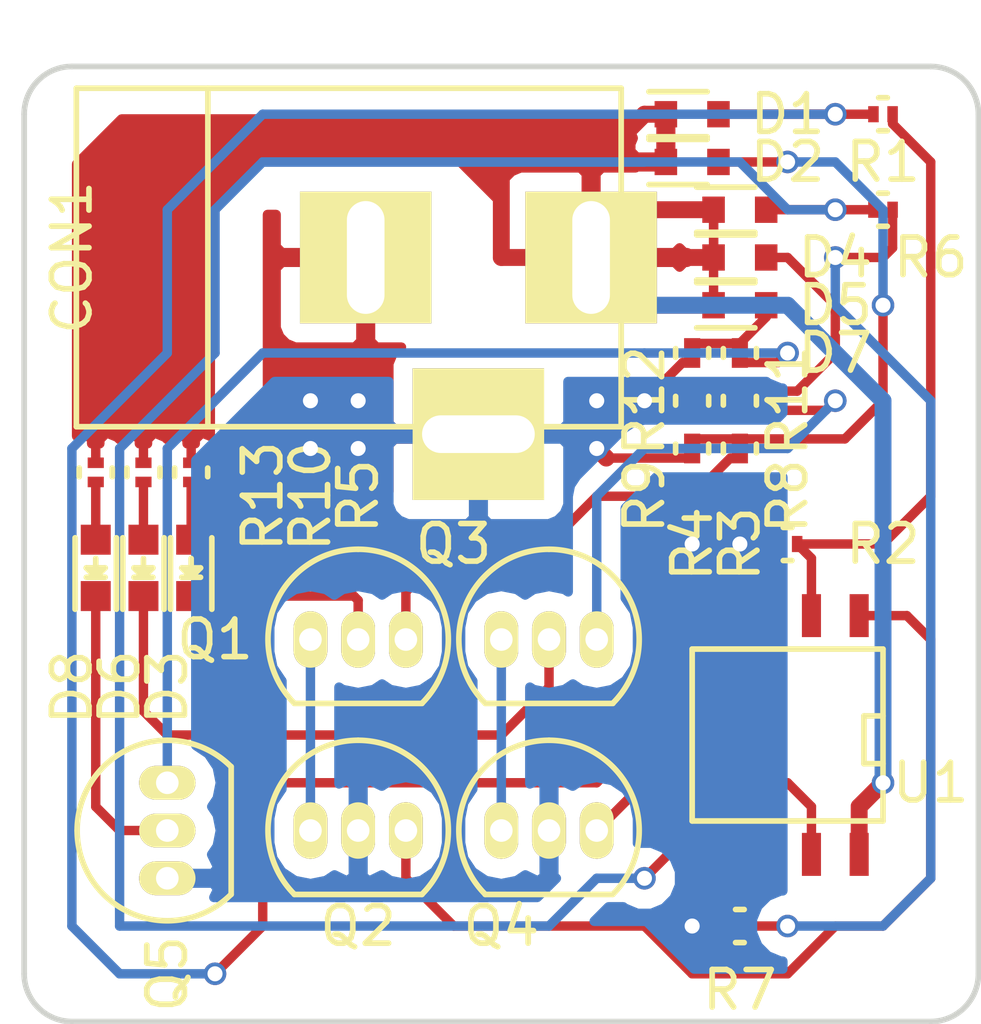
<source format=kicad_pcb>
(kicad_pcb (version 4) (host pcbnew "(2015-08-01 BZR 6032, Git 6a6a55f)-product")

  (general
    (links 46)
    (no_connects 0)
    (area 91.211429 77.96552 118.185001 105.545)
    (thickness 1.6)
    (drawings 8)
    (tracks 192)
    (zones 0)
    (modules 28)
    (nets 23)
  )

  (page USLetter)
  (title_block
    (title "Battery Indicator")
    (date 2015-08-14)
    (rev 1)
  )

  (layers
    (0 F.Cu signal)
    (31 B.Cu signal)
    (32 B.Adhes user)
    (33 F.Adhes user)
    (34 B.Paste user)
    (35 F.Paste user)
    (36 B.SilkS user)
    (37 F.SilkS user)
    (38 B.Mask user)
    (39 F.Mask user)
    (40 Dwgs.User user)
    (41 Cmts.User user)
    (42 Eco1.User user)
    (43 Eco2.User user)
    (44 Edge.Cuts user)
    (45 Margin user)
    (46 B.CrtYd user)
    (47 F.CrtYd user)
    (48 B.Fab user)
    (49 F.Fab user)
  )

  (setup
    (last_trace_width 0.25)
    (trace_clearance 0.2)
    (zone_clearance 0.508)
    (zone_45_only no)
    (trace_min 0.2)
    (segment_width 0.2)
    (edge_width 0.15)
    (via_size 0.6)
    (via_drill 0.4)
    (via_min_size 0.4)
    (via_min_drill 0.3)
    (uvia_size 0.3)
    (uvia_drill 0.1)
    (uvias_allowed no)
    (uvia_min_size 0.2)
    (uvia_min_drill 0.1)
    (pcb_text_width 0.3)
    (pcb_text_size 1.5 1.5)
    (mod_edge_width 0.15)
    (mod_text_size 1 1)
    (mod_text_width 0.15)
    (pad_size 1.524 1.524)
    (pad_drill 0.762)
    (pad_to_mask_clearance 0.2)
    (aux_axis_origin 0 0)
    (visible_elements 7FFEFFFF)
    (pcbplotparams
      (layerselection 0x01030_80000001)
      (usegerberextensions false)
      (excludeedgelayer true)
      (linewidth 0.100000)
      (plotframeref false)
      (viasonmask true)
      (mode 1)
      (useauxorigin false)
      (hpglpennumber 1)
      (hpglpenspeed 20)
      (hpglpendiameter 15)
      (hpglpenoverlay 2)
      (psnegative false)
      (psa4output false)
      (plotreference true)
      (plotvalue true)
      (plotinvisibletext false)
      (padsonsilk false)
      (subtractmaskfromsilk false)
      (outputformat 1)
      (mirror false)
      (drillshape 0)
      (scaleselection 1)
      (outputdirectory ""))
  )

  (net 0 "")
  (net 1 "Net-(CON1-Pad1)")
  (net 2 GND)
  (net 3 "Net-(D1-Pad2)")
  (net 4 "Net-(D2-Pad2)")
  (net 5 "Net-(D3-Pad2)")
  (net 6 "Net-(D3-Pad1)")
  (net 7 "Net-(D4-Pad2)")
  (net 8 "Net-(D5-Pad2)")
  (net 9 "Net-(D6-Pad2)")
  (net 10 "Net-(D6-Pad1)")
  (net 11 "Net-(D7-Pad2)")
  (net 12 "Net-(D8-Pad2)")
  (net 13 "Net-(D8-Pad1)")
  (net 14 "Net-(Q1-Pad3)")
  (net 15 "Net-(Q1-Pad1)")
  (net 16 "Net-(Q2-Pad3)")
  (net 17 "Net-(Q3-Pad3)")
  (net 18 "Net-(Q3-Pad1)")
  (net 19 "Net-(Q4-Pad3)")
  (net 20 "Net-(Q5-Pad3)")
  (net 21 "Net-(R1-Pad2)")
  (net 22 "Net-(R6-Pad2)")

  (net_class Default "This is the default net class."
    (clearance 0.2)
    (trace_width 0.25)
    (via_dia 0.6)
    (via_drill 0.4)
    (uvia_dia 0.3)
    (uvia_drill 0.1)
    (add_net "Net-(D1-Pad2)")
    (add_net "Net-(D2-Pad2)")
    (add_net "Net-(D3-Pad1)")
    (add_net "Net-(D3-Pad2)")
    (add_net "Net-(D4-Pad2)")
    (add_net "Net-(D5-Pad2)")
    (add_net "Net-(D6-Pad1)")
    (add_net "Net-(D6-Pad2)")
    (add_net "Net-(D7-Pad2)")
    (add_net "Net-(D8-Pad1)")
    (add_net "Net-(D8-Pad2)")
    (add_net "Net-(Q1-Pad1)")
    (add_net "Net-(Q1-Pad3)")
    (add_net "Net-(Q2-Pad3)")
    (add_net "Net-(Q3-Pad1)")
    (add_net "Net-(Q3-Pad3)")
    (add_net "Net-(Q4-Pad3)")
    (add_net "Net-(Q5-Pad3)")
    (add_net "Net-(R1-Pad2)")
    (add_net "Net-(R6-Pad2)")
  )

  (net_class PWR ""
    (clearance 0.2)
    (trace_width 0.45)
    (via_dia 0.6)
    (via_drill 0.4)
    (uvia_dia 0.3)
    (uvia_drill 0.1)
    (add_net GND)
    (add_net "Net-(CON1-Pad1)")
  )

  (module Connect:BARREL_JACK (layer F.Cu) (tedit 55D91382) (tstamp 55CEB417)
    (at 101.6 85.09)
    (descr "DC Barrel Jack")
    (tags "Power Jack")
    (path /55CEA78A)
    (fp_text reference CON1 (at -7.62 0 90) (layer F.SilkS)
      (effects (font (size 1 1) (thickness 0.15)))
    )
    (fp_text value BARREL_JACK (at 0 -5.99948) (layer F.Fab)
      (effects (font (size 1 1) (thickness 0.15)))
    )
    (fp_line (start -4.0005 -4.50088) (end -4.0005 4.50088) (layer F.SilkS) (width 0.15))
    (fp_line (start -7.50062 -4.50088) (end -7.50062 4.50088) (layer F.SilkS) (width 0.15))
    (fp_line (start -7.50062 4.50088) (end 7.00024 4.50088) (layer F.SilkS) (width 0.15))
    (fp_line (start 7.00024 4.50088) (end 7.00024 -4.50088) (layer F.SilkS) (width 0.15))
    (fp_line (start 7.00024 -4.50088) (end -7.50062 -4.50088) (layer F.SilkS) (width 0.15))
    (pad 1 thru_hole rect (at 6.20014 0) (size 3.50012 3.50012) (drill oval 1.00076 2.99974) (layers *.Cu *.Mask F.SilkS)
      (net 1 "Net-(CON1-Pad1)"))
    (pad 2 thru_hole rect (at 0.20066 0) (size 3.50012 3.50012) (drill oval 1.00076 2.99974) (layers *.Cu *.Mask F.SilkS)
      (net 2 GND))
    (pad 3 thru_hole rect (at 3.2004 4.699) (size 3.50012 3.50012) (drill oval 2.99974 1.00076) (layers *.Cu *.Mask F.SilkS)
      (net 2 GND))
  )

  (module Diodes_SMD:SOD-523 (layer F.Cu) (tedit 55D90414) (tstamp 55D2969E)
    (at 110.49 81.28 180)
    (descr "http://www.diodes.com/datasheets/ap02001.pdf p.144")
    (tags "Diode SOD523")
    (path /55CEA9B0)
    (attr smd)
    (fp_text reference D1 (at -2.54 0 180) (layer F.SilkS)
      (effects (font (size 1 1) (thickness 0.15)))
    )
    (fp_text value 5V (at 0 1.7 180) (layer F.Fab)
      (effects (font (size 1 1) (thickness 0.15)))
    )
    (fp_line (start -0.4 0.6) (end 1.15 0.6) (layer F.SilkS) (width 0.15))
    (fp_line (start -0.4 -0.6) (end 1.15 -0.6) (layer F.SilkS) (width 0.15))
    (pad 2 smd rect (at -0.7 0 180) (size 0.6 0.7) (layers F.Cu F.Paste F.Mask)
      (net 3 "Net-(D1-Pad2)"))
    (pad 1 smd rect (at 0.7 0 180) (size 0.6 0.7) (layers F.Cu F.Paste F.Mask)
      (net 1 "Net-(CON1-Pad1)"))
  )

  (module Diodes_SMD:SOD-523 (layer F.Cu) (tedit 55D9041B) (tstamp 55D296A3)
    (at 110.49 82.55 180)
    (descr "http://www.diodes.com/datasheets/ap02001.pdf p.144")
    (tags "Diode SOD523")
    (path /55CEB137)
    (attr smd)
    (fp_text reference D2 (at -2.54 0 180) (layer F.SilkS)
      (effects (font (size 1 1) (thickness 0.15)))
    )
    (fp_text value 1V (at 0 1.7 180) (layer F.Fab)
      (effects (font (size 1 1) (thickness 0.15)))
    )
    (fp_line (start -0.4 0.6) (end 1.15 0.6) (layer F.SilkS) (width 0.15))
    (fp_line (start -0.4 -0.6) (end 1.15 -0.6) (layer F.SilkS) (width 0.15))
    (pad 2 smd rect (at -0.7 0 180) (size 0.6 0.7) (layers F.Cu F.Paste F.Mask)
      (net 4 "Net-(D2-Pad2)"))
    (pad 1 smd rect (at 0.7 0 180) (size 0.6 0.7) (layers F.Cu F.Paste F.Mask)
      (net 1 "Net-(CON1-Pad1)"))
  )

  (module Diodes_SMD:SOD-523 (layer F.Cu) (tedit 55D90FAD) (tstamp 55D296A8)
    (at 111.76 83.82 180)
    (descr "http://www.diodes.com/datasheets/ap02001.pdf p.144")
    (tags "Diode SOD523")
    (path /55CEDFCE)
    (attr smd)
    (fp_text reference D4 (at -2.54 -1.27 180) (layer F.SilkS)
      (effects (font (size 1 1) (thickness 0.15)))
    )
    (fp_text value 7V (at 0 1.7 180) (layer F.Fab)
      (effects (font (size 1 1) (thickness 0.15)))
    )
    (fp_line (start -0.4 0.6) (end 1.15 0.6) (layer F.SilkS) (width 0.15))
    (fp_line (start -0.4 -0.6) (end 1.15 -0.6) (layer F.SilkS) (width 0.15))
    (pad 2 smd rect (at -0.7 0 180) (size 0.6 0.7) (layers F.Cu F.Paste F.Mask)
      (net 7 "Net-(D4-Pad2)"))
    (pad 1 smd rect (at 0.7 0 180) (size 0.6 0.7) (layers F.Cu F.Paste F.Mask)
      (net 1 "Net-(CON1-Pad1)"))
  )

  (module Diodes_SMD:SOD-523 (layer F.Cu) (tedit 55D90FFA) (tstamp 55D296AD)
    (at 111.76 85.09 180)
    (descr "http://www.diodes.com/datasheets/ap02001.pdf p.144")
    (tags "Diode SOD523")
    (path /55CEDFF5)
    (attr smd)
    (fp_text reference D5 (at -2.54 -1.27 180) (layer F.SilkS)
      (effects (font (size 1 1) (thickness 0.15)))
    )
    (fp_text value 3.3V (at 0 1.7 180) (layer F.Fab)
      (effects (font (size 1 1) (thickness 0.15)))
    )
    (fp_line (start -0.4 0.6) (end 1.15 0.6) (layer F.SilkS) (width 0.15))
    (fp_line (start -0.4 -0.6) (end 1.15 -0.6) (layer F.SilkS) (width 0.15))
    (pad 2 smd rect (at -0.7 0 180) (size 0.6 0.7) (layers F.Cu F.Paste F.Mask)
      (net 8 "Net-(D5-Pad2)"))
    (pad 1 smd rect (at 0.7 0 180) (size 0.6 0.7) (layers F.Cu F.Paste F.Mask)
      (net 1 "Net-(CON1-Pad1)"))
  )

  (module Diodes_SMD:SOD-523 (layer F.Cu) (tedit 55D90FF6) (tstamp 55D296B2)
    (at 111.76 86.36 180)
    (descr "http://www.diodes.com/datasheets/ap02001.pdf p.144")
    (tags "Diode SOD523")
    (path /55CEE380)
    (attr smd)
    (fp_text reference D7 (at -2.54 -1.27 180) (layer F.SilkS)
      (effects (font (size 1 1) (thickness 0.15)))
    )
    (fp_text value 6V (at 0 1.7 180) (layer F.Fab)
      (effects (font (size 1 1) (thickness 0.15)))
    )
    (fp_line (start -0.4 0.6) (end 1.15 0.6) (layer F.SilkS) (width 0.15))
    (fp_line (start -0.4 -0.6) (end 1.15 -0.6) (layer F.SilkS) (width 0.15))
    (pad 2 smd rect (at -0.7 0 180) (size 0.6 0.7) (layers F.Cu F.Paste F.Mask)
      (net 11 "Net-(D7-Pad2)"))
    (pad 1 smd rect (at 0.7 0 180) (size 0.6 0.7) (layers F.Cu F.Paste F.Mask)
      (net 1 "Net-(CON1-Pad1)"))
  )

  (module Housings_TO-92:TO-92_Inline_Narrow_Oval (layer F.Cu) (tedit 55D904A1) (tstamp 55D296B7)
    (at 100.33 95.25)
    (descr "TO-92 leads in-line, narrow, oval pads, drill 0.6mm (see NXP sot054_po.pdf)")
    (tags "to-92 sc-43 sc-43a sot54 PA33 transistor")
    (path /55CEB4A5)
    (fp_text reference Q1 (at -2.54 0) (layer F.SilkS)
      (effects (font (size 1 1) (thickness 0.15)))
    )
    (fp_text value 2SC1815 (at 0 3) (layer F.Fab)
      (effects (font (size 1 1) (thickness 0.15)))
    )
    (fp_line (start -1.4 1.95) (end -1.4 -2.65) (layer F.CrtYd) (width 0.05))
    (fp_line (start -1.4 1.95) (end 3.95 1.95) (layer F.CrtYd) (width 0.05))
    (fp_line (start -0.43 1.7) (end 2.97 1.7) (layer F.SilkS) (width 0.15))
    (fp_arc (start 1.27 0) (end 1.27 -2.4) (angle -135) (layer F.SilkS) (width 0.15))
    (fp_arc (start 1.27 0) (end 1.27 -2.4) (angle 135) (layer F.SilkS) (width 0.15))
    (fp_line (start -1.4 -2.65) (end 3.95 -2.65) (layer F.CrtYd) (width 0.05))
    (fp_line (start 3.95 1.95) (end 3.95 -2.65) (layer F.CrtYd) (width 0.05))
    (pad 2 thru_hole oval (at 1.27 0 180) (size 0.89916 1.50114) (drill 0.6) (layers *.Cu *.Mask F.SilkS)
      (net 6 "Net-(D3-Pad1)"))
    (pad 3 thru_hole oval (at 2.54 0 180) (size 0.89916 1.50114) (drill 0.6) (layers *.Cu *.Mask F.SilkS)
      (net 14 "Net-(Q1-Pad3)"))
    (pad 1 thru_hole oval (at 0 0 180) (size 0.89916 1.50114) (drill 0.6) (layers *.Cu *.Mask F.SilkS)
      (net 15 "Net-(Q1-Pad1)"))
    (model Housings_TO-92.3dshapes/TO-92_Inline_Narrow_Oval.wrl
      (at (xyz 0.05 0 0))
      (scale (xyz 1 1 1))
      (rotate (xyz 0 0 -90))
    )
  )

  (module Housings_TO-92:TO-92_Inline_Narrow_Oval (layer F.Cu) (tedit 55D904AA) (tstamp 55D296BD)
    (at 100.33 100.33)
    (descr "TO-92 leads in-line, narrow, oval pads, drill 0.6mm (see NXP sot054_po.pdf)")
    (tags "to-92 sc-43 sc-43a sot54 PA33 transistor")
    (path /55CEB45C)
    (fp_text reference Q2 (at 1.27 2.54) (layer F.SilkS)
      (effects (font (size 1 1) (thickness 0.15)))
    )
    (fp_text value 2SA1016 (at 0 3) (layer F.Fab)
      (effects (font (size 1 1) (thickness 0.15)))
    )
    (fp_line (start -1.4 1.95) (end -1.4 -2.65) (layer F.CrtYd) (width 0.05))
    (fp_line (start -1.4 1.95) (end 3.95 1.95) (layer F.CrtYd) (width 0.05))
    (fp_line (start -0.43 1.7) (end 2.97 1.7) (layer F.SilkS) (width 0.15))
    (fp_arc (start 1.27 0) (end 1.27 -2.4) (angle -135) (layer F.SilkS) (width 0.15))
    (fp_arc (start 1.27 0) (end 1.27 -2.4) (angle 135) (layer F.SilkS) (width 0.15))
    (fp_line (start -1.4 -2.65) (end 3.95 -2.65) (layer F.CrtYd) (width 0.05))
    (fp_line (start 3.95 1.95) (end 3.95 -2.65) (layer F.CrtYd) (width 0.05))
    (pad 2 thru_hole oval (at 1.27 0 180) (size 0.89916 1.50114) (drill 0.6) (layers *.Cu *.Mask F.SilkS)
      (net 2 GND))
    (pad 3 thru_hole oval (at 2.54 0 180) (size 0.89916 1.50114) (drill 0.6) (layers *.Cu *.Mask F.SilkS)
      (net 16 "Net-(Q2-Pad3)"))
    (pad 1 thru_hole oval (at 0 0 180) (size 0.89916 1.50114) (drill 0.6) (layers *.Cu *.Mask F.SilkS)
      (net 15 "Net-(Q1-Pad1)"))
    (model Housings_TO-92.3dshapes/TO-92_Inline_Narrow_Oval.wrl
      (at (xyz 0.05 0 0))
      (scale (xyz 1 1 1))
      (rotate (xyz 0 0 -90))
    )
  )

  (module Housings_TO-92:TO-92_Inline_Narrow_Oval (layer F.Cu) (tedit 55D904C6) (tstamp 55D296C3)
    (at 105.41 95.25)
    (descr "TO-92 leads in-line, narrow, oval pads, drill 0.6mm (see NXP sot054_po.pdf)")
    (tags "to-92 sc-43 sc-43a sot54 PA33 transistor")
    (path /55CEE013)
    (fp_text reference Q3 (at -1.27 -2.54) (layer F.SilkS)
      (effects (font (size 1 1) (thickness 0.15)))
    )
    (fp_text value 2SC1815 (at 0 3) (layer F.Fab)
      (effects (font (size 1 1) (thickness 0.15)))
    )
    (fp_line (start -1.4 1.95) (end -1.4 -2.65) (layer F.CrtYd) (width 0.05))
    (fp_line (start -1.4 1.95) (end 3.95 1.95) (layer F.CrtYd) (width 0.05))
    (fp_line (start -0.43 1.7) (end 2.97 1.7) (layer F.SilkS) (width 0.15))
    (fp_arc (start 1.27 0) (end 1.27 -2.4) (angle -135) (layer F.SilkS) (width 0.15))
    (fp_arc (start 1.27 0) (end 1.27 -2.4) (angle 135) (layer F.SilkS) (width 0.15))
    (fp_line (start -1.4 -2.65) (end 3.95 -2.65) (layer F.CrtYd) (width 0.05))
    (fp_line (start 3.95 1.95) (end 3.95 -2.65) (layer F.CrtYd) (width 0.05))
    (pad 2 thru_hole oval (at 1.27 0 180) (size 0.89916 1.50114) (drill 0.6) (layers *.Cu *.Mask F.SilkS)
      (net 10 "Net-(D6-Pad1)"))
    (pad 3 thru_hole oval (at 2.54 0 180) (size 0.89916 1.50114) (drill 0.6) (layers *.Cu *.Mask F.SilkS)
      (net 17 "Net-(Q3-Pad3)"))
    (pad 1 thru_hole oval (at 0 0 180) (size 0.89916 1.50114) (drill 0.6) (layers *.Cu *.Mask F.SilkS)
      (net 18 "Net-(Q3-Pad1)"))
    (model Housings_TO-92.3dshapes/TO-92_Inline_Narrow_Oval.wrl
      (at (xyz 0.05 0 0))
      (scale (xyz 1 1 1))
      (rotate (xyz 0 0 -90))
    )
  )

  (module Housings_TO-92:TO-92_Inline_Narrow_Oval (layer F.Cu) (tedit 55D904B0) (tstamp 55D296C9)
    (at 105.41 100.33)
    (descr "TO-92 leads in-line, narrow, oval pads, drill 0.6mm (see NXP sot054_po.pdf)")
    (tags "to-92 sc-43 sc-43a sot54 PA33 transistor")
    (path /55CEE00D)
    (fp_text reference Q4 (at 0 2.54) (layer F.SilkS)
      (effects (font (size 1 1) (thickness 0.15)))
    )
    (fp_text value 2SA1016 (at 0 3) (layer F.Fab)
      (effects (font (size 1 1) (thickness 0.15)))
    )
    (fp_line (start -1.4 1.95) (end -1.4 -2.65) (layer F.CrtYd) (width 0.05))
    (fp_line (start -1.4 1.95) (end 3.95 1.95) (layer F.CrtYd) (width 0.05))
    (fp_line (start -0.43 1.7) (end 2.97 1.7) (layer F.SilkS) (width 0.15))
    (fp_arc (start 1.27 0) (end 1.27 -2.4) (angle -135) (layer F.SilkS) (width 0.15))
    (fp_arc (start 1.27 0) (end 1.27 -2.4) (angle 135) (layer F.SilkS) (width 0.15))
    (fp_line (start -1.4 -2.65) (end 3.95 -2.65) (layer F.CrtYd) (width 0.05))
    (fp_line (start 3.95 1.95) (end 3.95 -2.65) (layer F.CrtYd) (width 0.05))
    (pad 2 thru_hole oval (at 1.27 0 180) (size 0.89916 1.50114) (drill 0.6) (layers *.Cu *.Mask F.SilkS)
      (net 2 GND))
    (pad 3 thru_hole oval (at 2.54 0 180) (size 0.89916 1.50114) (drill 0.6) (layers *.Cu *.Mask F.SilkS)
      (net 19 "Net-(Q4-Pad3)"))
    (pad 1 thru_hole oval (at 0 0 180) (size 0.89916 1.50114) (drill 0.6) (layers *.Cu *.Mask F.SilkS)
      (net 18 "Net-(Q3-Pad1)"))
    (model Housings_TO-92.3dshapes/TO-92_Inline_Narrow_Oval.wrl
      (at (xyz 0.05 0 0))
      (scale (xyz 1 1 1))
      (rotate (xyz 0 0 -90))
    )
  )

  (module Housings_TO-92:TO-92_Inline_Narrow_Oval (layer F.Cu) (tedit 55D904BC) (tstamp 55D296CF)
    (at 96.52 101.6 90)
    (descr "TO-92 leads in-line, narrow, oval pads, drill 0.6mm (see NXP sot054_po.pdf)")
    (tags "to-92 sc-43 sc-43a sot54 PA33 transistor")
    (path /55CEE39B)
    (fp_text reference Q5 (at -2.54 0 90) (layer F.SilkS)
      (effects (font (size 1 1) (thickness 0.15)))
    )
    (fp_text value 2SC1815 (at 0 3 90) (layer F.Fab)
      (effects (font (size 1 1) (thickness 0.15)))
    )
    (fp_line (start -1.4 1.95) (end -1.4 -2.65) (layer F.CrtYd) (width 0.05))
    (fp_line (start -1.4 1.95) (end 3.95 1.95) (layer F.CrtYd) (width 0.05))
    (fp_line (start -0.43 1.7) (end 2.97 1.7) (layer F.SilkS) (width 0.15))
    (fp_arc (start 1.27 0) (end 1.27 -2.4) (angle -135) (layer F.SilkS) (width 0.15))
    (fp_arc (start 1.27 0) (end 1.27 -2.4) (angle 135) (layer F.SilkS) (width 0.15))
    (fp_line (start -1.4 -2.65) (end 3.95 -2.65) (layer F.CrtYd) (width 0.05))
    (fp_line (start 3.95 1.95) (end 3.95 -2.65) (layer F.CrtYd) (width 0.05))
    (pad 2 thru_hole oval (at 1.27 0 270) (size 0.89916 1.50114) (drill 0.6) (layers *.Cu *.Mask F.SilkS)
      (net 13 "Net-(D8-Pad1)"))
    (pad 3 thru_hole oval (at 2.54 0 270) (size 0.89916 1.50114) (drill 0.6) (layers *.Cu *.Mask F.SilkS)
      (net 20 "Net-(Q5-Pad3)"))
    (pad 1 thru_hole oval (at 0 0 270) (size 0.89916 1.50114) (drill 0.6) (layers *.Cu *.Mask F.SilkS)
      (net 2 GND))
    (model Housings_TO-92.3dshapes/TO-92_Inline_Narrow_Oval.wrl
      (at (xyz 0.05 0 0))
      (scale (xyz 1 1 1))
      (rotate (xyz 0 0 -90))
    )
  )

  (module Resistors_SMD:R_0201 (layer F.Cu) (tedit 55D90402) (tstamp 55D296D5)
    (at 115.57 81.28)
    (descr "Resistor SMD 0201, reflow soldering, Vishay (see crcw0201e3.pdf)")
    (tags "resistor 0201")
    (path /55CEAB68)
    (attr smd)
    (fp_text reference R1 (at 0 1.27) (layer F.SilkS)
      (effects (font (size 1 1) (thickness 0.15)))
    )
    (fp_text value 2 (at 0 1.7) (layer F.Fab)
      (effects (font (size 1 1) (thickness 0.15)))
    )
    (fp_line (start -0.65 -0.55) (end 0.65 -0.55) (layer F.CrtYd) (width 0.05))
    (fp_line (start -0.65 0.55) (end 0.65 0.55) (layer F.CrtYd) (width 0.05))
    (fp_line (start -0.65 -0.55) (end -0.65 0.55) (layer F.CrtYd) (width 0.05))
    (fp_line (start 0.65 -0.55) (end 0.65 0.55) (layer F.CrtYd) (width 0.05))
    (fp_line (start 0.115 -0.44) (end -0.115 -0.44) (layer F.SilkS) (width 0.15))
    (fp_line (start -0.115 0.44) (end 0.115 0.44) (layer F.SilkS) (width 0.15))
    (pad 1 smd rect (at -0.255 0) (size 0.28 0.43) (layers F.Cu F.Paste F.Mask)
      (net 3 "Net-(D1-Pad2)"))
    (pad 2 smd rect (at 0.255 0) (size 0.28 0.43) (layers F.Cu F.Paste F.Mask)
      (net 21 "Net-(R1-Pad2)"))
    (model Resistors_SMD.3dshapes/R_0201.wrl
      (at (xyz 0 0 0))
      (scale (xyz 1 1 1))
      (rotate (xyz 0 0 0))
    )
  )

  (module Resistors_SMD:R_0201 (layer F.Cu) (tedit 55D904E3) (tstamp 55D296DA)
    (at 113.03 92.71 180)
    (descr "Resistor SMD 0201, reflow soldering, Vishay (see crcw0201e3.pdf)")
    (tags "resistor 0201")
    (path /55CEAAB5)
    (attr smd)
    (fp_text reference R2 (at -2.54 0 180) (layer F.SilkS)
      (effects (font (size 1 1) (thickness 0.15)))
    )
    (fp_text value 1k (at 0 1.7 180) (layer F.Fab)
      (effects (font (size 1 1) (thickness 0.15)))
    )
    (fp_line (start -0.65 -0.55) (end 0.65 -0.55) (layer F.CrtYd) (width 0.05))
    (fp_line (start -0.65 0.55) (end 0.65 0.55) (layer F.CrtYd) (width 0.05))
    (fp_line (start -0.65 -0.55) (end -0.65 0.55) (layer F.CrtYd) (width 0.05))
    (fp_line (start 0.65 -0.55) (end 0.65 0.55) (layer F.CrtYd) (width 0.05))
    (fp_line (start 0.115 -0.44) (end -0.115 -0.44) (layer F.SilkS) (width 0.15))
    (fp_line (start -0.115 0.44) (end 0.115 0.44) (layer F.SilkS) (width 0.15))
    (pad 1 smd rect (at -0.255 0 180) (size 0.28 0.43) (layers F.Cu F.Paste F.Mask)
      (net 21 "Net-(R1-Pad2)"))
    (pad 2 smd rect (at 0.255 0 180) (size 0.28 0.43) (layers F.Cu F.Paste F.Mask)
      (net 2 GND))
    (model Resistors_SMD.3dshapes/R_0201.wrl
      (at (xyz 0 0 0))
      (scale (xyz 1 1 1))
      (rotate (xyz 0 0 0))
    )
  )

  (module Resistors_SMD:R_0201 (layer F.Cu) (tedit 55D90FCF) (tstamp 55D296DF)
    (at 110.49 90.17 270)
    (descr "Resistor SMD 0201, reflow soldering, Vishay (see crcw0201e3.pdf)")
    (tags "resistor 0201")
    (path /55CEAFFD)
    (attr smd)
    (fp_text reference R3 (at 2.54 -1.27 270) (layer F.SilkS)
      (effects (font (size 1 1) (thickness 0.15)))
    )
    (fp_text value 100k (at 0 1.7 270) (layer F.Fab)
      (effects (font (size 1 1) (thickness 0.15)))
    )
    (fp_line (start -0.65 -0.55) (end 0.65 -0.55) (layer F.CrtYd) (width 0.05))
    (fp_line (start -0.65 0.55) (end 0.65 0.55) (layer F.CrtYd) (width 0.05))
    (fp_line (start -0.65 -0.55) (end -0.65 0.55) (layer F.CrtYd) (width 0.05))
    (fp_line (start 0.65 -0.55) (end 0.65 0.55) (layer F.CrtYd) (width 0.05))
    (fp_line (start 0.115 -0.44) (end -0.115 -0.44) (layer F.SilkS) (width 0.15))
    (fp_line (start -0.115 0.44) (end 0.115 0.44) (layer F.SilkS) (width 0.15))
    (pad 1 smd rect (at -0.255 0 270) (size 0.28 0.43) (layers F.Cu F.Paste F.Mask)
      (net 4 "Net-(D2-Pad2)"))
    (pad 2 smd rect (at 0.255 0 270) (size 0.28 0.43) (layers F.Cu F.Paste F.Mask)
      (net 2 GND))
    (model Resistors_SMD.3dshapes/R_0201.wrl
      (at (xyz 0 0 0))
      (scale (xyz 1 1 1))
      (rotate (xyz 0 0 0))
    )
  )

  (module Resistors_SMD:R_0201 (layer F.Cu) (tedit 55D90FCA) (tstamp 55D296E4)
    (at 111.76 90.17 90)
    (descr "Resistor SMD 0201, reflow soldering, Vishay (see crcw0201e3.pdf)")
    (tags "resistor 0201")
    (path /55CEB094)
    (attr smd)
    (fp_text reference R4 (at -2.54 -1.27 90) (layer F.SilkS)
      (effects (font (size 1 1) (thickness 0.15)))
    )
    (fp_text value 1k (at 0 1.7 90) (layer F.Fab)
      (effects (font (size 1 1) (thickness 0.15)))
    )
    (fp_line (start -0.65 -0.55) (end 0.65 -0.55) (layer F.CrtYd) (width 0.05))
    (fp_line (start -0.65 0.55) (end 0.65 0.55) (layer F.CrtYd) (width 0.05))
    (fp_line (start -0.65 -0.55) (end -0.65 0.55) (layer F.CrtYd) (width 0.05))
    (fp_line (start 0.65 -0.55) (end 0.65 0.55) (layer F.CrtYd) (width 0.05))
    (fp_line (start 0.115 -0.44) (end -0.115 -0.44) (layer F.SilkS) (width 0.15))
    (fp_line (start -0.115 0.44) (end 0.115 0.44) (layer F.SilkS) (width 0.15))
    (pad 1 smd rect (at -0.255 0 90) (size 0.28 0.43) (layers F.Cu F.Paste F.Mask)
      (net 14 "Net-(Q1-Pad3)"))
    (pad 2 smd rect (at 0.255 0 90) (size 0.28 0.43) (layers F.Cu F.Paste F.Mask)
      (net 4 "Net-(D2-Pad2)"))
    (model Resistors_SMD.3dshapes/R_0201.wrl
      (at (xyz 0 0 0))
      (scale (xyz 1 1 1))
      (rotate (xyz 0 0 0))
    )
  )

  (module Resistors_SMD:R_0201 (layer F.Cu) (tedit 55D90440) (tstamp 55D296E9)
    (at 97.155 90.805 270)
    (descr "Resistor SMD 0201, reflow soldering, Vishay (see crcw0201e3.pdf)")
    (tags "resistor 0201")
    (path /55CEB311)
    (attr smd)
    (fp_text reference R5 (at 0.635 -4.445 270) (layer F.SilkS)
      (effects (font (size 1 1) (thickness 0.15)))
    )
    (fp_text value 90 (at 0 1.7 270) (layer F.Fab)
      (effects (font (size 1 1) (thickness 0.15)))
    )
    (fp_line (start -0.65 -0.55) (end 0.65 -0.55) (layer F.CrtYd) (width 0.05))
    (fp_line (start -0.65 0.55) (end 0.65 0.55) (layer F.CrtYd) (width 0.05))
    (fp_line (start -0.65 -0.55) (end -0.65 0.55) (layer F.CrtYd) (width 0.05))
    (fp_line (start 0.65 -0.55) (end 0.65 0.55) (layer F.CrtYd) (width 0.05))
    (fp_line (start 0.115 -0.44) (end -0.115 -0.44) (layer F.SilkS) (width 0.15))
    (fp_line (start -0.115 0.44) (end 0.115 0.44) (layer F.SilkS) (width 0.15))
    (pad 1 smd rect (at -0.255 0 270) (size 0.28 0.43) (layers F.Cu F.Paste F.Mask)
      (net 1 "Net-(CON1-Pad1)"))
    (pad 2 smd rect (at 0.255 0 270) (size 0.28 0.43) (layers F.Cu F.Paste F.Mask)
      (net 5 "Net-(D3-Pad2)"))
    (model Resistors_SMD.3dshapes/R_0201.wrl
      (at (xyz 0 0 0))
      (scale (xyz 1 1 1))
      (rotate (xyz 0 0 0))
    )
  )

  (module Resistors_SMD:R_0201 (layer F.Cu) (tedit 55D90409) (tstamp 55D296EE)
    (at 115.57 83.82)
    (descr "Resistor SMD 0201, reflow soldering, Vishay (see crcw0201e3.pdf)")
    (tags "resistor 0201")
    (path /55CEDFDA)
    (attr smd)
    (fp_text reference R6 (at 1.27 1.27) (layer F.SilkS)
      (effects (font (size 1 1) (thickness 0.15)))
    )
    (fp_text value 2 (at 0 1.7) (layer F.Fab)
      (effects (font (size 1 1) (thickness 0.15)))
    )
    (fp_line (start -0.65 -0.55) (end 0.65 -0.55) (layer F.CrtYd) (width 0.05))
    (fp_line (start -0.65 0.55) (end 0.65 0.55) (layer F.CrtYd) (width 0.05))
    (fp_line (start -0.65 -0.55) (end -0.65 0.55) (layer F.CrtYd) (width 0.05))
    (fp_line (start 0.65 -0.55) (end 0.65 0.55) (layer F.CrtYd) (width 0.05))
    (fp_line (start 0.115 -0.44) (end -0.115 -0.44) (layer F.SilkS) (width 0.15))
    (fp_line (start -0.115 0.44) (end 0.115 0.44) (layer F.SilkS) (width 0.15))
    (pad 1 smd rect (at -0.255 0) (size 0.28 0.43) (layers F.Cu F.Paste F.Mask)
      (net 7 "Net-(D4-Pad2)"))
    (pad 2 smd rect (at 0.255 0) (size 0.28 0.43) (layers F.Cu F.Paste F.Mask)
      (net 22 "Net-(R6-Pad2)"))
    (model Resistors_SMD.3dshapes/R_0201.wrl
      (at (xyz 0 0 0))
      (scale (xyz 1 1 1))
      (rotate (xyz 0 0 0))
    )
  )

  (module Resistors_SMD:R_0201 (layer F.Cu) (tedit 5415CC07) (tstamp 55D296F3)
    (at 111.76 102.87 180)
    (descr "Resistor SMD 0201, reflow soldering, Vishay (see crcw0201e3.pdf)")
    (tags "resistor 0201")
    (path /55CEDFD4)
    (attr smd)
    (fp_text reference R7 (at 0 -1.7 180) (layer F.SilkS)
      (effects (font (size 1 1) (thickness 0.15)))
    )
    (fp_text value 1k (at 0 1.7 180) (layer F.Fab)
      (effects (font (size 1 1) (thickness 0.15)))
    )
    (fp_line (start -0.65 -0.55) (end 0.65 -0.55) (layer F.CrtYd) (width 0.05))
    (fp_line (start -0.65 0.55) (end 0.65 0.55) (layer F.CrtYd) (width 0.05))
    (fp_line (start -0.65 -0.55) (end -0.65 0.55) (layer F.CrtYd) (width 0.05))
    (fp_line (start 0.65 -0.55) (end 0.65 0.55) (layer F.CrtYd) (width 0.05))
    (fp_line (start 0.115 -0.44) (end -0.115 -0.44) (layer F.SilkS) (width 0.15))
    (fp_line (start -0.115 0.44) (end 0.115 0.44) (layer F.SilkS) (width 0.15))
    (pad 1 smd rect (at -0.255 0 180) (size 0.28 0.43) (layers F.Cu F.Paste F.Mask)
      (net 22 "Net-(R6-Pad2)"))
    (pad 2 smd rect (at 0.255 0 180) (size 0.28 0.43) (layers F.Cu F.Paste F.Mask)
      (net 2 GND))
    (model Resistors_SMD.3dshapes/R_0201.wrl
      (at (xyz 0 0 0))
      (scale (xyz 1 1 1))
      (rotate (xyz 0 0 0))
    )
  )

  (module Resistors_SMD:R_0201 (layer F.Cu) (tedit 55D90FD8) (tstamp 55D296F8)
    (at 110.49 88.9 270)
    (descr "Resistor SMD 0201, reflow soldering, Vishay (see crcw0201e3.pdf)")
    (tags "resistor 0201")
    (path /55CEDFE9)
    (attr smd)
    (fp_text reference R8 (at 2.54 -2.54 270) (layer F.SilkS)
      (effects (font (size 1 1) (thickness 0.15)))
    )
    (fp_text value 100k (at 0 1.7 270) (layer F.Fab)
      (effects (font (size 1 1) (thickness 0.15)))
    )
    (fp_line (start -0.65 -0.55) (end 0.65 -0.55) (layer F.CrtYd) (width 0.05))
    (fp_line (start -0.65 0.55) (end 0.65 0.55) (layer F.CrtYd) (width 0.05))
    (fp_line (start -0.65 -0.55) (end -0.65 0.55) (layer F.CrtYd) (width 0.05))
    (fp_line (start 0.65 -0.55) (end 0.65 0.55) (layer F.CrtYd) (width 0.05))
    (fp_line (start 0.115 -0.44) (end -0.115 -0.44) (layer F.SilkS) (width 0.15))
    (fp_line (start -0.115 0.44) (end 0.115 0.44) (layer F.SilkS) (width 0.15))
    (pad 1 smd rect (at -0.255 0 270) (size 0.28 0.43) (layers F.Cu F.Paste F.Mask)
      (net 8 "Net-(D5-Pad2)"))
    (pad 2 smd rect (at 0.255 0 270) (size 0.28 0.43) (layers F.Cu F.Paste F.Mask)
      (net 2 GND))
    (model Resistors_SMD.3dshapes/R_0201.wrl
      (at (xyz 0 0 0))
      (scale (xyz 1 1 1))
      (rotate (xyz 0 0 0))
    )
  )

  (module Resistors_SMD:R_0201 (layer F.Cu) (tedit 55D90FB7) (tstamp 55D296FD)
    (at 111.76 88.9 90)
    (descr "Resistor SMD 0201, reflow soldering, Vishay (see crcw0201e3.pdf)")
    (tags "resistor 0201")
    (path /55CEDFEF)
    (attr smd)
    (fp_text reference R9 (at -2.54 -2.54 90) (layer F.SilkS)
      (effects (font (size 1 1) (thickness 0.15)))
    )
    (fp_text value 1k (at 0 1.7 90) (layer F.Fab)
      (effects (font (size 1 1) (thickness 0.15)))
    )
    (fp_line (start -0.65 -0.55) (end 0.65 -0.55) (layer F.CrtYd) (width 0.05))
    (fp_line (start -0.65 0.55) (end 0.65 0.55) (layer F.CrtYd) (width 0.05))
    (fp_line (start -0.65 -0.55) (end -0.65 0.55) (layer F.CrtYd) (width 0.05))
    (fp_line (start 0.65 -0.55) (end 0.65 0.55) (layer F.CrtYd) (width 0.05))
    (fp_line (start 0.115 -0.44) (end -0.115 -0.44) (layer F.SilkS) (width 0.15))
    (fp_line (start -0.115 0.44) (end 0.115 0.44) (layer F.SilkS) (width 0.15))
    (pad 1 smd rect (at -0.255 0 90) (size 0.28 0.43) (layers F.Cu F.Paste F.Mask)
      (net 17 "Net-(Q3-Pad3)"))
    (pad 2 smd rect (at 0.255 0 90) (size 0.28 0.43) (layers F.Cu F.Paste F.Mask)
      (net 8 "Net-(D5-Pad2)"))
    (model Resistors_SMD.3dshapes/R_0201.wrl
      (at (xyz 0 0 0))
      (scale (xyz 1 1 1))
      (rotate (xyz 0 0 0))
    )
  )

  (module Resistors_SMD:R_0201 (layer F.Cu) (tedit 55D9043B) (tstamp 55D29702)
    (at 95.885 90.805 270)
    (descr "Resistor SMD 0201, reflow soldering, Vishay (see crcw0201e3.pdf)")
    (tags "resistor 0201")
    (path /55CEE001)
    (attr smd)
    (fp_text reference R10 (at 0.635 -4.445 270) (layer F.SilkS)
      (effects (font (size 1 1) (thickness 0.15)))
    )
    (fp_text value 200 (at 0 1.7 270) (layer F.Fab)
      (effects (font (size 1 1) (thickness 0.15)))
    )
    (fp_line (start -0.65 -0.55) (end 0.65 -0.55) (layer F.CrtYd) (width 0.05))
    (fp_line (start -0.65 0.55) (end 0.65 0.55) (layer F.CrtYd) (width 0.05))
    (fp_line (start -0.65 -0.55) (end -0.65 0.55) (layer F.CrtYd) (width 0.05))
    (fp_line (start 0.65 -0.55) (end 0.65 0.55) (layer F.CrtYd) (width 0.05))
    (fp_line (start 0.115 -0.44) (end -0.115 -0.44) (layer F.SilkS) (width 0.15))
    (fp_line (start -0.115 0.44) (end 0.115 0.44) (layer F.SilkS) (width 0.15))
    (pad 1 smd rect (at -0.255 0 270) (size 0.28 0.43) (layers F.Cu F.Paste F.Mask)
      (net 1 "Net-(CON1-Pad1)"))
    (pad 2 smd rect (at 0.255 0 270) (size 0.28 0.43) (layers F.Cu F.Paste F.Mask)
      (net 9 "Net-(D6-Pad2)"))
    (model Resistors_SMD.3dshapes/R_0201.wrl
      (at (xyz 0 0 0))
      (scale (xyz 1 1 1))
      (rotate (xyz 0 0 0))
    )
  )

  (module Resistors_SMD:R_0201 (layer F.Cu) (tedit 55D90FF1) (tstamp 55D29707)
    (at 110.49 87.63 270)
    (descr "Resistor SMD 0201, reflow soldering, Vishay (see crcw0201e3.pdf)")
    (tags "resistor 0201")
    (path /55CEE374)
    (attr smd)
    (fp_text reference R11 (at 1.27 -2.54 270) (layer F.SilkS)
      (effects (font (size 1 1) (thickness 0.15)))
    )
    (fp_text value 100k (at 0 1.7 270) (layer F.Fab)
      (effects (font (size 1 1) (thickness 0.15)))
    )
    (fp_line (start -0.65 -0.55) (end 0.65 -0.55) (layer F.CrtYd) (width 0.05))
    (fp_line (start -0.65 0.55) (end 0.65 0.55) (layer F.CrtYd) (width 0.05))
    (fp_line (start -0.65 -0.55) (end -0.65 0.55) (layer F.CrtYd) (width 0.05))
    (fp_line (start 0.65 -0.55) (end 0.65 0.55) (layer F.CrtYd) (width 0.05))
    (fp_line (start 0.115 -0.44) (end -0.115 -0.44) (layer F.SilkS) (width 0.15))
    (fp_line (start -0.115 0.44) (end 0.115 0.44) (layer F.SilkS) (width 0.15))
    (pad 1 smd rect (at -0.255 0 270) (size 0.28 0.43) (layers F.Cu F.Paste F.Mask)
      (net 11 "Net-(D7-Pad2)"))
    (pad 2 smd rect (at 0.255 0 270) (size 0.28 0.43) (layers F.Cu F.Paste F.Mask)
      (net 2 GND))
    (model Resistors_SMD.3dshapes/R_0201.wrl
      (at (xyz 0 0 0))
      (scale (xyz 1 1 1))
      (rotate (xyz 0 0 0))
    )
  )

  (module Resistors_SMD:R_0201 (layer F.Cu) (tedit 55D90FBD) (tstamp 55D2970C)
    (at 111.76 87.63 90)
    (descr "Resistor SMD 0201, reflow soldering, Vishay (see crcw0201e3.pdf)")
    (tags "resistor 0201")
    (path /55CEE37A)
    (attr smd)
    (fp_text reference R12 (at -1.27 -2.54 90) (layer F.SilkS)
      (effects (font (size 1 1) (thickness 0.15)))
    )
    (fp_text value 1k (at 0 1.7 90) (layer F.Fab)
      (effects (font (size 1 1) (thickness 0.15)))
    )
    (fp_line (start -0.65 -0.55) (end 0.65 -0.55) (layer F.CrtYd) (width 0.05))
    (fp_line (start -0.65 0.55) (end 0.65 0.55) (layer F.CrtYd) (width 0.05))
    (fp_line (start -0.65 -0.55) (end -0.65 0.55) (layer F.CrtYd) (width 0.05))
    (fp_line (start 0.65 -0.55) (end 0.65 0.55) (layer F.CrtYd) (width 0.05))
    (fp_line (start 0.115 -0.44) (end -0.115 -0.44) (layer F.SilkS) (width 0.15))
    (fp_line (start -0.115 0.44) (end 0.115 0.44) (layer F.SilkS) (width 0.15))
    (pad 1 smd rect (at -0.255 0 90) (size 0.28 0.43) (layers F.Cu F.Paste F.Mask)
      (net 20 "Net-(Q5-Pad3)"))
    (pad 2 smd rect (at 0.255 0 90) (size 0.28 0.43) (layers F.Cu F.Paste F.Mask)
      (net 11 "Net-(D7-Pad2)"))
    (model Resistors_SMD.3dshapes/R_0201.wrl
      (at (xyz 0 0 0))
      (scale (xyz 1 1 1))
      (rotate (xyz 0 0 0))
    )
  )

  (module Resistors_SMD:R_0201 (layer F.Cu) (tedit 55D90433) (tstamp 55D29711)
    (at 94.615 90.805 270)
    (descr "Resistor SMD 0201, reflow soldering, Vishay (see crcw0201e3.pdf)")
    (tags "resistor 0201")
    (path /55CEE389)
    (attr smd)
    (fp_text reference R13 (at 0.635 -4.445 270) (layer F.SilkS)
      (effects (font (size 1 1) (thickness 0.15)))
    )
    (fp_text value 450 (at 0 1.7 270) (layer F.Fab)
      (effects (font (size 1 1) (thickness 0.15)))
    )
    (fp_line (start -0.65 -0.55) (end 0.65 -0.55) (layer F.CrtYd) (width 0.05))
    (fp_line (start -0.65 0.55) (end 0.65 0.55) (layer F.CrtYd) (width 0.05))
    (fp_line (start -0.65 -0.55) (end -0.65 0.55) (layer F.CrtYd) (width 0.05))
    (fp_line (start 0.65 -0.55) (end 0.65 0.55) (layer F.CrtYd) (width 0.05))
    (fp_line (start 0.115 -0.44) (end -0.115 -0.44) (layer F.SilkS) (width 0.15))
    (fp_line (start -0.115 0.44) (end 0.115 0.44) (layer F.SilkS) (width 0.15))
    (pad 1 smd rect (at -0.255 0 270) (size 0.28 0.43) (layers F.Cu F.Paste F.Mask)
      (net 1 "Net-(CON1-Pad1)"))
    (pad 2 smd rect (at 0.255 0 270) (size 0.28 0.43) (layers F.Cu F.Paste F.Mask)
      (net 12 "Net-(D8-Pad2)"))
    (model Resistors_SMD.3dshapes/R_0201.wrl
      (at (xyz 0 0 0))
      (scale (xyz 1 1 1))
      (rotate (xyz 0 0 0))
    )
  )

  (module SMD_Packages:SOIC-8-N (layer F.Cu) (tedit 55D904D2) (tstamp 55D29716)
    (at 113.03 97.79 180)
    (descr "Module Narrow CMS SOJ 8 pins large")
    (tags "CMS SOJ")
    (path /55CEF6A4)
    (attr smd)
    (fp_text reference U1 (at -3.81 -1.27 180) (layer F.SilkS)
      (effects (font (size 1 1) (thickness 0.15)))
    )
    (fp_text value LM2903 (at 0 1.27 180) (layer F.Fab)
      (effects (font (size 1 1) (thickness 0.15)))
    )
    (fp_line (start -2.54 -2.286) (end 2.54 -2.286) (layer F.SilkS) (width 0.15))
    (fp_line (start 2.54 -2.286) (end 2.54 2.286) (layer F.SilkS) (width 0.15))
    (fp_line (start 2.54 2.286) (end -2.54 2.286) (layer F.SilkS) (width 0.15))
    (fp_line (start -2.54 2.286) (end -2.54 -2.286) (layer F.SilkS) (width 0.15))
    (fp_line (start -2.54 -0.762) (end -2.032 -0.762) (layer F.SilkS) (width 0.15))
    (fp_line (start -2.032 -0.762) (end -2.032 0.508) (layer F.SilkS) (width 0.15))
    (fp_line (start -2.032 0.508) (end -2.54 0.508) (layer F.SilkS) (width 0.15))
    (pad 8 smd rect (at -1.905 -3.175 180) (size 0.508 1.143) (layers F.Cu F.Paste F.Mask)
      (net 1 "Net-(CON1-Pad1)"))
    (pad 7 smd rect (at -0.635 -3.175 180) (size 0.508 1.143) (layers F.Cu F.Paste F.Mask)
      (net 19 "Net-(Q4-Pad3)"))
    (pad 6 smd rect (at 0.635 -3.175 180) (size 0.508 1.143) (layers F.Cu F.Paste F.Mask)
      (net 22 "Net-(R6-Pad2)"))
    (pad 5 smd rect (at 1.905 -3.175 180) (size 0.508 1.143) (layers F.Cu F.Paste F.Mask)
      (net 7 "Net-(D4-Pad2)"))
    (pad 4 smd rect (at 1.905 3.175 180) (size 0.508 1.143) (layers F.Cu F.Paste F.Mask)
      (net 2 GND))
    (pad 3 smd rect (at 0.635 3.175 180) (size 0.508 1.143) (layers F.Cu F.Paste F.Mask)
      (net 3 "Net-(D1-Pad2)"))
    (pad 2 smd rect (at -0.635 3.175 180) (size 0.508 1.143) (layers F.Cu F.Paste F.Mask)
      (net 21 "Net-(R1-Pad2)"))
    (pad 1 smd rect (at -1.905 3.175 180) (size 0.508 1.143) (layers F.Cu F.Paste F.Mask)
      (net 16 "Net-(Q2-Pad3)"))
    (model SMD_Packages.3dshapes/SOIC-8-N.wrl
      (at (xyz 0 0 0))
      (scale (xyz 0.5 0.38 0.5))
      (rotate (xyz 0 0 0))
    )
  )

  (module LEDs:LED-0603 (layer F.Cu) (tedit 55D9049A) (tstamp 55D29762)
    (at 97.155 93.345 90)
    (descr "LED 0603 smd package")
    (tags "LED led 0603 SMD smd SMT smt smdled SMDLED smtled SMTLED")
    (path /55CEB3A1)
    (attr smd)
    (fp_text reference D3 (at -3.175 -0.635 90) (layer F.SilkS)
      (effects (font (size 1 1) (thickness 0.15)))
    )
    (fp_text value LED (at 0 1.5 90) (layer F.Fab)
      (effects (font (size 1 1) (thickness 0.15)))
    )
    (fp_line (start -1.1 0.55) (end 0.8 0.55) (layer F.SilkS) (width 0.15))
    (fp_line (start -1.1 -0.55) (end 0.8 -0.55) (layer F.SilkS) (width 0.15))
    (fp_line (start -0.2 0) (end 0.25 0) (layer F.SilkS) (width 0.15))
    (fp_line (start -0.25 -0.25) (end -0.25 0.25) (layer F.SilkS) (width 0.15))
    (fp_line (start -0.25 0) (end 0 -0.25) (layer F.SilkS) (width 0.15))
    (fp_line (start 0 -0.25) (end 0 0.25) (layer F.SilkS) (width 0.15))
    (fp_line (start 0 0.25) (end -0.25 0) (layer F.SilkS) (width 0.15))
    (fp_line (start 1.4 -0.75) (end 1.4 0.75) (layer F.CrtYd) (width 0.05))
    (fp_line (start 1.4 0.75) (end -1.4 0.75) (layer F.CrtYd) (width 0.05))
    (fp_line (start -1.4 0.75) (end -1.4 -0.75) (layer F.CrtYd) (width 0.05))
    (fp_line (start -1.4 -0.75) (end 1.4 -0.75) (layer F.CrtYd) (width 0.05))
    (pad 2 smd rect (at 0.7493 0 270) (size 0.79756 0.79756) (layers F.Cu F.Paste F.Mask)
      (net 5 "Net-(D3-Pad2)"))
    (pad 1 smd rect (at -0.7493 0 270) (size 0.79756 0.79756) (layers F.Cu F.Paste F.Mask)
      (net 6 "Net-(D3-Pad1)"))
  )

  (module LEDs:LED-0603 (layer F.Cu) (tedit 55D90480) (tstamp 55D29767)
    (at 95.885 93.345 90)
    (descr "LED 0603 smd package")
    (tags "LED led 0603 SMD smd SMT smt smdled SMDLED smtled SMTLED")
    (path /55CEE007)
    (attr smd)
    (fp_text reference D6 (at -3.175 -0.635 90) (layer F.SilkS)
      (effects (font (size 1 1) (thickness 0.15)))
    )
    (fp_text value LED (at 0 1.5 90) (layer F.Fab)
      (effects (font (size 1 1) (thickness 0.15)))
    )
    (fp_line (start -1.1 0.55) (end 0.8 0.55) (layer F.SilkS) (width 0.15))
    (fp_line (start -1.1 -0.55) (end 0.8 -0.55) (layer F.SilkS) (width 0.15))
    (fp_line (start -0.2 0) (end 0.25 0) (layer F.SilkS) (width 0.15))
    (fp_line (start -0.25 -0.25) (end -0.25 0.25) (layer F.SilkS) (width 0.15))
    (fp_line (start -0.25 0) (end 0 -0.25) (layer F.SilkS) (width 0.15))
    (fp_line (start 0 -0.25) (end 0 0.25) (layer F.SilkS) (width 0.15))
    (fp_line (start 0 0.25) (end -0.25 0) (layer F.SilkS) (width 0.15))
    (fp_line (start 1.4 -0.75) (end 1.4 0.75) (layer F.CrtYd) (width 0.05))
    (fp_line (start 1.4 0.75) (end -1.4 0.75) (layer F.CrtYd) (width 0.05))
    (fp_line (start -1.4 0.75) (end -1.4 -0.75) (layer F.CrtYd) (width 0.05))
    (fp_line (start -1.4 -0.75) (end 1.4 -0.75) (layer F.CrtYd) (width 0.05))
    (pad 2 smd rect (at 0.7493 0 270) (size 0.79756 0.79756) (layers F.Cu F.Paste F.Mask)
      (net 9 "Net-(D6-Pad2)"))
    (pad 1 smd rect (at -0.7493 0 270) (size 0.79756 0.79756) (layers F.Cu F.Paste F.Mask)
      (net 10 "Net-(D6-Pad1)"))
  )

  (module LEDs:LED-0603 (layer F.Cu) (tedit 55D90479) (tstamp 55D2976C)
    (at 94.615 93.345 90)
    (descr "LED 0603 smd package")
    (tags "LED led 0603 SMD smd SMT smt smdled SMDLED smtled SMTLED")
    (path /55CEE38F)
    (attr smd)
    (fp_text reference D8 (at -3.175 -0.635 90) (layer F.SilkS)
      (effects (font (size 1 1) (thickness 0.15)))
    )
    (fp_text value LED (at 0 1.5 90) (layer F.Fab)
      (effects (font (size 1 1) (thickness 0.15)))
    )
    (fp_line (start -1.1 0.55) (end 0.8 0.55) (layer F.SilkS) (width 0.15))
    (fp_line (start -1.1 -0.55) (end 0.8 -0.55) (layer F.SilkS) (width 0.15))
    (fp_line (start -0.2 0) (end 0.25 0) (layer F.SilkS) (width 0.15))
    (fp_line (start -0.25 -0.25) (end -0.25 0.25) (layer F.SilkS) (width 0.15))
    (fp_line (start -0.25 0) (end 0 -0.25) (layer F.SilkS) (width 0.15))
    (fp_line (start 0 -0.25) (end 0 0.25) (layer F.SilkS) (width 0.15))
    (fp_line (start 0 0.25) (end -0.25 0) (layer F.SilkS) (width 0.15))
    (fp_line (start 1.4 -0.75) (end 1.4 0.75) (layer F.CrtYd) (width 0.05))
    (fp_line (start 1.4 0.75) (end -1.4 0.75) (layer F.CrtYd) (width 0.05))
    (fp_line (start -1.4 0.75) (end -1.4 -0.75) (layer F.CrtYd) (width 0.05))
    (fp_line (start -1.4 -0.75) (end 1.4 -0.75) (layer F.CrtYd) (width 0.05))
    (pad 2 smd rect (at 0.7493 0 270) (size 0.79756 0.79756) (layers F.Cu F.Paste F.Mask)
      (net 12 "Net-(D8-Pad2)"))
    (pad 1 smd rect (at -0.7493 0 270) (size 0.79756 0.79756) (layers F.Cu F.Paste F.Mask)
      (net 13 "Net-(D8-Pad1)"))
  )

  (gr_arc (start 116.84 104.14) (end 118.11 104.14) (angle 90) (layer Edge.Cuts) (width 0.15))
  (gr_arc (start 93.98 104.14) (end 93.98 105.41) (angle 90) (layer Edge.Cuts) (width 0.15))
  (gr_arc (start 93.98 81.28) (end 92.71 81.28) (angle 90) (layer Edge.Cuts) (width 0.15))
  (gr_arc (start 116.84 81.28) (end 116.84 80.01) (angle 90) (layer Edge.Cuts) (width 0.15))
  (gr_line (start 116.84 80.01) (end 93.98 80.01) (angle 90) (layer Edge.Cuts) (width 0.15))
  (gr_line (start 118.11 104.14) (end 118.11 81.28) (angle 90) (layer Edge.Cuts) (width 0.15))
  (gr_line (start 93.98 105.41) (end 116.84 105.41) (angle 90) (layer Edge.Cuts) (width 0.15))
  (gr_line (start 92.71 81.28) (end 92.71 104.14) (angle 90) (layer Edge.Cuts) (width 0.15))

  (segment (start 107.80014 85.09) (end 105.41 85.09) (width 0.45) (layer F.Cu) (net 1))
  (segment (start 105.41 85.09) (end 105.41 82.55) (width 0.45) (layer F.Cu) (net 1) (tstamp 55D95AEE))
  (segment (start 109.22 81.28) (end 107.95 82.55) (width 0.45) (layer F.Cu) (net 1) (tstamp 55D9124D))
  (segment (start 109.22 81.28) (end 109.79 81.28) (width 0.45) (layer F.Cu) (net 1))
  (segment (start 109.79 81.28) (end 109.79 82.55) (width 0.25) (layer F.Cu) (net 1))
  (segment (start 114.935 100.965) (end 114.935 99.695) (width 0.45) (layer F.Cu) (net 1))
  (segment (start 114.935 99.695) (end 115.57 99.06) (width 0.45) (layer F.Cu) (net 1) (tstamp 55D90B21))
  (via (at 115.57 99.06) (size 0.6) (drill 0.4) (layers F.Cu B.Cu) (net 1))
  (segment (start 115.57 99.06) (end 115.57 88.9) (width 0.45) (layer B.Cu) (net 1) (tstamp 55D90B25))
  (segment (start 115.57 88.9) (end 113.03 86.36) (width 0.45) (layer B.Cu) (net 1) (tstamp 55D90B26))
  (segment (start 113.03 86.36) (end 109.07014 86.36) (width 0.45) (layer B.Cu) (net 1) (tstamp 55D90B28))
  (segment (start 109.07014 86.36) (end 107.80014 85.09) (width 0.45) (layer B.Cu) (net 1) (tstamp 55D90B33))
  (segment (start 111.06 86.36) (end 109.07014 86.36) (width 0.45) (layer F.Cu) (net 1))
  (segment (start 109.07014 86.36) (end 107.80014 85.09) (width 0.45) (layer F.Cu) (net 1) (tstamp 55D65CAC))
  (segment (start 107.80014 85.09) (end 111.06 85.09) (width 0.45) (layer F.Cu) (net 1) (tstamp 55D65CB4))
  (segment (start 111.06 85.09) (end 111.06 83.82) (width 0.25) (layer F.Cu) (net 1) (tstamp 55D65CB8))
  (segment (start 111.06 83.82) (end 109.22 83.82) (width 0.45) (layer F.Cu) (net 1) (tstamp 55D65CBA))
  (segment (start 109.22 83.82) (end 107.95 85.09) (width 0.45) (layer F.Cu) (net 1) (tstamp 55D65CBB))
  (segment (start 107.95 85.09) (end 107.80014 85.09) (width 0.25) (layer F.Cu) (net 1) (tstamp 55D65CC1))
  (segment (start 111.06 83.82) (end 111.06 85.09) (width 0.25) (layer F.Cu) (net 1))
  (segment (start 111.06 85.09) (end 111.06 86.36) (width 0.25) (layer F.Cu) (net 1) (tstamp 55D65CA6))
  (segment (start 95.885 90.55) (end 95.885 89.535) (width 0.25) (layer F.Cu) (net 1) (status 10))
  (segment (start 95.885 89.535) (end 96.52 88.9) (width 0.45) (layer F.Cu) (net 1) (tstamp 55D5500D))
  (segment (start 97.155 90.55) (end 97.155 89.535) (width 0.25) (layer F.Cu) (net 1) (status 10))
  (segment (start 97.155 89.535) (end 96.52 88.9) (width 0.45) (layer F.Cu) (net 1) (tstamp 55D5500A))
  (segment (start 94.615 89.535) (end 95.25 88.9) (width 0.45) (layer F.Cu) (net 1) (tstamp 55D55004))
  (segment (start 95.885 89.535) (end 95.25 88.9) (width 0.45) (layer F.Cu) (net 1) (tstamp 55D55007))
  (segment (start 94.615 89.535) (end 94.615 90.55) (width 0.25) (layer F.Cu) (net 1) (status 20))
  (via (at 107.95 90.17) (size 0.6) (drill 0.4) (layers F.Cu B.Cu) (net 2))
  (via (at 107.95 88.9) (size 0.6) (drill 0.4) (layers F.Cu B.Cu) (net 2))
  (segment (start 107.95 90.17) (end 107.95 88.9) (width 0.45) (layer F.Cu) (net 2))
  (via (at 109.22 88.9) (size 0.6) (drill 0.4) (layers F.Cu B.Cu) (net 2))
  (segment (start 108.205 90.425) (end 107.95 90.17) (width 0.45) (layer F.Cu) (net 2) (tstamp 55D90A92))
  (segment (start 107.95 88.9) (end 109.22 88.9) (width 0.45) (layer F.Cu) (net 2) (tstamp 55D90A99))
  (segment (start 108.205 90.425) (end 110.49 90.425) (width 0.25) (layer F.Cu) (net 2))
  (segment (start 110.49 87.885) (end 110.235 87.885) (width 0.25) (layer F.Cu) (net 2))
  (segment (start 110.49 89.155) (end 109.475 89.155) (width 0.25) (layer F.Cu) (net 2))
  (segment (start 109.475 89.155) (end 109.22 88.9) (width 0.45) (layer F.Cu) (net 2) (tstamp 55D90AA8))
  (segment (start 110.235 87.885) (end 109.22 88.9) (width 0.25) (layer F.Cu) (net 2) (tstamp 55D911C1))
  (segment (start 111.505 102.87) (end 110.49 102.87) (width 0.25) (layer F.Cu) (net 2))
  (via (at 110.49 102.87) (size 0.6) (drill 0.4) (layers F.Cu B.Cu) (net 2))
  (segment (start 111.125 94.615) (end 111.125 93.345) (width 0.45) (layer F.Cu) (net 2))
  (segment (start 111.76 92.71) (end 112.775 92.71) (width 0.25) (layer F.Cu) (net 2) (tstamp 55D90A28))
  (via (at 111.76 92.71) (size 0.6) (drill 0.4) (layers F.Cu B.Cu) (net 2))
  (segment (start 110.49 92.71) (end 111.76 92.71) (width 0.45) (layer B.Cu) (net 2) (tstamp 55D90A25))
  (via (at 110.49 92.71) (size 0.6) (drill 0.4) (layers F.Cu B.Cu) (net 2))
  (segment (start 111.125 93.345) (end 110.49 92.71) (width 0.45) (layer F.Cu) (net 2) (tstamp 55D90A1E))
  (segment (start 104.8004 89.789) (end 101.981 89.789) (width 0.45) (layer B.Cu) (net 2))
  (segment (start 101.981 89.789) (end 101.6 90.17) (width 0.45) (layer B.Cu) (net 2) (tstamp 55D908E0))
  (via (at 101.6 90.17) (size 0.6) (drill 0.4) (layers F.Cu B.Cu) (net 2))
  (segment (start 101.6 90.17) (end 100.33 90.17) (width 0.45) (layer F.Cu) (net 2) (tstamp 55D908E8))
  (via (at 100.33 90.17) (size 0.6) (drill 0.4) (layers F.Cu B.Cu) (net 2))
  (segment (start 100.33 90.17) (end 100.33 88.9) (width 0.45) (layer B.Cu) (net 2) (tstamp 55D908EB))
  (via (at 100.33 88.9) (size 0.6) (drill 0.4) (layers F.Cu B.Cu) (net 2))
  (segment (start 100.33 88.9) (end 101.6 88.9) (width 0.45) (layer F.Cu) (net 2) (tstamp 55D908EE))
  (via (at 101.6 88.9) (size 0.6) (drill 0.4) (layers F.Cu B.Cu) (net 2))
  (segment (start 111.19 81.28) (end 114.3 81.28) (width 0.25) (layer F.Cu) (net 3))
  (segment (start 114.3 81.28) (end 115.315 81.28) (width 0.25) (layer F.Cu) (net 3) (tstamp 55D9EC1C))
  (segment (start 114.3 81.28) (end 99.06 81.28) (width 0.25) (layer B.Cu) (net 3))
  (segment (start 99.06 81.28) (end 96.52 83.82) (width 0.25) (layer B.Cu) (net 3) (tstamp 55D902F6))
  (segment (start 96.52 83.82) (end 96.52 87.63) (width 0.25) (layer B.Cu) (net 3) (tstamp 55D902FB))
  (segment (start 96.52 87.63) (end 93.98 90.17) (width 0.25) (layer B.Cu) (net 3) (tstamp 55D902FD))
  (segment (start 93.98 90.17) (end 93.98 102.87) (width 0.25) (layer B.Cu) (net 3) (tstamp 55D902FF))
  (segment (start 93.98 102.87) (end 95.25 104.14) (width 0.25) (layer B.Cu) (net 3) (tstamp 55D90303))
  (segment (start 95.25 104.14) (end 97.79 104.14) (width 0.25) (layer B.Cu) (net 3) (tstamp 55D90305))
  (via (at 97.79 104.14) (size 0.6) (drill 0.4) (layers F.Cu B.Cu) (net 3))
  (segment (start 97.79 104.14) (end 99.06 102.87) (width 0.25) (layer F.Cu) (net 3) (tstamp 55D9031C))
  (segment (start 99.06 102.87) (end 99.06 99.06) (width 0.25) (layer F.Cu) (net 3) (tstamp 55D9031D))
  (segment (start 99.06 99.06) (end 107.95 99.06) (width 0.25) (layer F.Cu) (net 3) (tstamp 55D90337))
  (segment (start 107.95 99.06) (end 109.22 97.79) (width 0.25) (layer F.Cu) (net 3) (tstamp 55D90339))
  (segment (start 109.22 97.79) (end 111.76 97.79) (width 0.25) (layer F.Cu) (net 3) (tstamp 55D9033F))
  (segment (start 111.76 97.79) (end 112.395 97.155) (width 0.25) (layer F.Cu) (net 3) (tstamp 55D90359))
  (segment (start 112.395 97.155) (end 112.395 94.615) (width 0.25) (layer F.Cu) (net 3) (tstamp 55D9036A))
  (via (at 114.3 81.28) (size 0.6) (drill 0.4) (layers F.Cu B.Cu) (net 3))
  (segment (start 113.03 81.28) (end 114.3 81.28) (width 0.25) (layer F.Cu) (net 3))
  (segment (start 111.19 81.28) (end 113.03 81.28) (width 0.25) (layer F.Cu) (net 3))
  (segment (start 114.045 81.28) (end 113.03 81.28) (width 0.25) (layer F.Cu) (net 3) (status 10))
  (segment (start 113.03 81.28) (end 112.46 81.28) (width 0.25) (layer F.Cu) (net 3) (tstamp 55D5D4CF) (status 20))
  (segment (start 111.19 82.55) (end 113.03 82.55) (width 0.25) (layer F.Cu) (net 4))
  (segment (start 114.555 89.915) (end 111.76 89.915) (width 0.25) (layer F.Cu) (net 4) (tstamp 55D655C9))
  (segment (start 115.57 88.9) (end 114.555 89.915) (width 0.25) (layer F.Cu) (net 4) (tstamp 55D655C0))
  (segment (start 115.57 86.36) (end 115.57 88.9) (width 0.25) (layer F.Cu) (net 4) (tstamp 55D655BF))
  (via (at 115.57 86.36) (size 0.6) (drill 0.4) (layers F.Cu B.Cu) (net 4))
  (segment (start 115.57 85.09) (end 115.57 86.36) (width 0.25) (layer B.Cu) (net 4) (tstamp 55D655BB))
  (segment (start 115.57 83.82) (end 115.57 85.09) (width 0.25) (layer B.Cu) (net 4) (tstamp 55D655A9))
  (segment (start 114.3 82.55) (end 115.57 83.82) (width 0.25) (layer B.Cu) (net 4) (tstamp 55D655A8))
  (segment (start 113.03 82.55) (end 114.3 82.55) (width 0.25) (layer B.Cu) (net 4) (tstamp 55D901B7))
  (via (at 113.03 82.55) (size 0.6) (drill 0.4) (layers F.Cu B.Cu) (net 4))
  (segment (start 110.49 89.915) (end 111.76 89.915) (width 0.25) (layer F.Cu) (net 4) (status 30))
  (segment (start 97.155 91.06) (end 97.155 92.5957) (width 0.25) (layer F.Cu) (net 5) (status 30))
  (segment (start 97.155 94.0943) (end 101.4857 94.0943) (width 0.25) (layer F.Cu) (net 6) (status 10))
  (segment (start 101.6 94.2086) (end 101.6 95.25) (width 0.25) (layer F.Cu) (net 6) (tstamp 55D55895) (status 20))
  (segment (start 101.4857 94.0943) (end 101.6 94.2086) (width 0.25) (layer F.Cu) (net 6) (tstamp 55D5588F))
  (via (at 114.3 83.82) (size 0.6) (drill 0.4) (layers F.Cu B.Cu) (net 7))
  (segment (start 105.41 82.55) (end 111.76 82.55) (width 0.25) (layer B.Cu) (net 7) (tstamp 55D90252))
  (segment (start 113.03 83.82) (end 111.76 82.55) (width 0.25) (layer B.Cu) (net 7) (tstamp 55D90232))
  (segment (start 113.03 83.82) (end 114.3 83.82) (width 0.25) (layer B.Cu) (net 7) (tstamp 55D90231))
  (segment (start 105.41 82.55) (end 99.06 82.55) (width 0.25) (layer B.Cu) (net 7) (tstamp 55D90254))
  (segment (start 99.06 82.55) (end 109.22 82.55) (width 0.25) (layer B.Cu) (net 7) (tstamp 55D90262))
  (segment (start 109.22 82.55) (end 105.41 82.55) (width 0.25) (layer B.Cu) (net 7) (tstamp 55D90264))
  (segment (start 105.41 82.55) (end 99.06 82.55) (width 0.25) (layer B.Cu) (net 7) (tstamp 55D9026B))
  (segment (start 99.06 82.55) (end 97.79 83.82) (width 0.25) (layer B.Cu) (net 7) (tstamp 55D90270))
  (segment (start 97.79 83.82) (end 97.79 87.63) (width 0.25) (layer B.Cu) (net 7) (tstamp 55D90278))
  (segment (start 97.79 87.63) (end 95.25 90.17) (width 0.25) (layer B.Cu) (net 7) (tstamp 55D90279))
  (segment (start 95.25 90.17) (end 95.25 102.87) (width 0.25) (layer B.Cu) (net 7) (tstamp 55D9027E))
  (segment (start 95.25 102.87) (end 106.68 102.87) (width 0.25) (layer B.Cu) (net 7) (tstamp 55D9028D))
  (segment (start 106.68 102.87) (end 107.95 101.6) (width 0.25) (layer B.Cu) (net 7) (tstamp 55D9028F))
  (segment (start 107.95 101.6) (end 109.22 101.6) (width 0.25) (layer B.Cu) (net 7) (tstamp 55D902A5))
  (via (at 109.22 101.6) (size 0.6) (drill 0.4) (layers F.Cu B.Cu) (net 7))
  (segment (start 109.22 101.6) (end 109.855 100.965) (width 0.25) (layer F.Cu) (net 7) (tstamp 55D902B5))
  (segment (start 109.855 100.965) (end 111.125 100.965) (width 0.25) (layer F.Cu) (net 7) (tstamp 55D902B6))
  (segment (start 115.315 83.82) (end 114.3 83.82) (width 0.25) (layer F.Cu) (net 7) (status 30))
  (segment (start 114.3 83.82) (end 112.46 83.82) (width 0.25) (layer F.Cu) (net 7) (tstamp 55D9022E) (status 30))
  (segment (start 112.46 85.09) (end 113.03 85.09) (width 0.25) (layer F.Cu) (net 8))
  (segment (start 113.285 88.645) (end 111.76 88.645) (width 0.25) (layer F.Cu) (net 8) (tstamp 55D65681))
  (segment (start 114.3 87.63) (end 113.285 88.645) (width 0.25) (layer F.Cu) (net 8) (tstamp 55D6567E))
  (segment (start 114.3 86.36) (end 114.3 87.63) (width 0.25) (layer F.Cu) (net 8) (tstamp 55D65672))
  (segment (start 113.03 85.09) (end 114.3 86.36) (width 0.25) (layer F.Cu) (net 8) (tstamp 55D6566A))
  (segment (start 110.49 88.645) (end 111.76 88.645) (width 0.25) (layer F.Cu) (net 8) (status 30))
  (segment (start 95.885 91.06) (end 95.885 92.5957) (width 0.25) (layer F.Cu) (net 9) (status 30))
  (segment (start 95.885 94.0943) (end 95.885 97.155) (width 0.25) (layer F.Cu) (net 10) (status 10))
  (segment (start 96.52 97.79) (end 105.41 97.79) (width 0.25) (layer F.Cu) (net 10) (tstamp 55D558BF))
  (segment (start 105.41 97.79) (end 106.68 96.52) (width 0.25) (layer F.Cu) (net 10) (tstamp 55D558C6))
  (segment (start 106.68 95.25) (end 106.68 96.52) (width 0.25) (layer F.Cu) (net 10) (tstamp 55D558CA) (status 10))
  (segment (start 95.885 97.155) (end 96.52 97.79) (width 0.25) (layer F.Cu) (net 10) (tstamp 55D651CD))
  (segment (start 110.49 87.375) (end 111.76 87.375) (width 0.25) (layer F.Cu) (net 11))
  (segment (start 111.76 87.375) (end 112.46 86.675) (width 0.25) (layer F.Cu) (net 11) (tstamp 55D65616))
  (segment (start 112.46 86.675) (end 112.46 86.36) (width 0.25) (layer F.Cu) (net 11) (tstamp 55D65619))
  (segment (start 94.615 91.06) (end 94.615 92.5957) (width 0.25) (layer F.Cu) (net 12) (status 30))
  (segment (start 94.615 94.0943) (end 94.615 99.695) (width 0.25) (layer F.Cu) (net 13) (status 10))
  (segment (start 95.25 100.33) (end 96.52 100.33) (width 0.25) (layer F.Cu) (net 13) (tstamp 55D65171) (status 20))
  (segment (start 94.615 99.695) (end 95.25 100.33) (width 0.25) (layer F.Cu) (net 13) (tstamp 55D6516E))
  (segment (start 110.49 91.44) (end 107.95 91.44) (width 0.25) (layer F.Cu) (net 14))
  (segment (start 111.505 90.425) (end 110.49 91.44) (width 0.25) (layer F.Cu) (net 14) (tstamp 55D657FF))
  (segment (start 111.76 90.425) (end 111.505 90.425) (width 0.25) (layer F.Cu) (net 14))
  (segment (start 102.87 93.98) (end 102.87 95.25) (width 0.25) (layer F.Cu) (net 14) (tstamp 55D65822))
  (segment (start 104.14 92.71) (end 102.87 93.98) (width 0.25) (layer F.Cu) (net 14) (tstamp 55D6581F))
  (segment (start 106.68 92.71) (end 104.14 92.71) (width 0.25) (layer F.Cu) (net 14) (tstamp 55D65818))
  (segment (start 107.95 91.44) (end 106.68 92.71) (width 0.25) (layer F.Cu) (net 14) (tstamp 55D6580D))
  (segment (start 100.33 95.25) (end 100.33 100.33) (width 0.25) (layer B.Cu) (net 15) (status 30))
  (segment (start 102.87 100.33) (end 102.87 101.6) (width 0.25) (layer F.Cu) (net 16) (status 10))
  (segment (start 116.205 94.615) (end 114.935 94.615) (width 0.25) (layer F.Cu) (net 16) (tstamp 55D55A5B) (status 20))
  (segment (start 116.84 95.25) (end 116.205 94.615) (width 0.25) (layer F.Cu) (net 16) (tstamp 55D55A50))
  (segment (start 116.84 101.6) (end 116.84 95.25) (width 0.25) (layer F.Cu) (net 16) (tstamp 55D55A4E))
  (segment (start 115.57 102.87) (end 116.84 101.6) (width 0.25) (layer F.Cu) (net 16) (tstamp 55D55A4C))
  (segment (start 114.3 102.87) (end 115.57 102.87) (width 0.25) (layer F.Cu) (net 16) (tstamp 55D55A4A))
  (segment (start 113.03 104.14) (end 114.3 102.87) (width 0.25) (layer F.Cu) (net 16) (tstamp 55D55A48))
  (segment (start 110.49 104.14) (end 113.03 104.14) (width 0.25) (layer F.Cu) (net 16) (tstamp 55D55A42))
  (segment (start 109.22 102.87) (end 110.49 104.14) (width 0.25) (layer F.Cu) (net 16) (tstamp 55D55A40))
  (segment (start 104.14 102.87) (end 109.22 102.87) (width 0.25) (layer F.Cu) (net 16) (tstamp 55D55A32))
  (segment (start 102.87 101.6) (end 104.14 102.87) (width 0.25) (layer F.Cu) (net 16) (tstamp 55D55A30))
  (segment (start 111.76 89.155) (end 114.045 89.155) (width 0.25) (layer F.Cu) (net 17))
  (segment (start 107.95 91.44) (end 107.95 95.25) (width 0.25) (layer B.Cu) (net 17) (tstamp 55D657D0))
  (segment (start 109.22 90.17) (end 107.95 91.44) (width 0.25) (layer B.Cu) (net 17) (tstamp 55D6579A))
  (segment (start 113.03 90.17) (end 109.22 90.17) (width 0.25) (layer B.Cu) (net 17) (tstamp 55D65790))
  (segment (start 114.3 88.9) (end 113.03 90.17) (width 0.25) (layer B.Cu) (net 17) (tstamp 55D6578F))
  (via (at 114.3 88.9) (size 0.6) (drill 0.4) (layers F.Cu B.Cu) (net 17))
  (segment (start 114.045 89.155) (end 114.3 88.9) (width 0.25) (layer F.Cu) (net 17) (tstamp 55D65788))
  (segment (start 105.41 95.25) (end 105.41 100.33) (width 0.25) (layer B.Cu) (net 18) (status 30))
  (segment (start 113.665 100.965) (end 113.665 99.695) (width 0.25) (layer F.Cu) (net 19) (status 10))
  (segment (start 109.22 99.06) (end 107.95 100.33) (width 0.25) (layer F.Cu) (net 19) (tstamp 55D55AE1) (status 20))
  (segment (start 113.03 99.06) (end 109.22 99.06) (width 0.25) (layer F.Cu) (net 19) (tstamp 55D55ADD))
  (segment (start 113.665 99.695) (end 113.03 99.06) (width 0.25) (layer F.Cu) (net 19) (tstamp 55D55AD2))
  (segment (start 111.76 87.885) (end 112.775 87.885) (width 0.25) (layer F.Cu) (net 20))
  (segment (start 96.52 90.17) (end 96.52 99.06) (width 0.25) (layer B.Cu) (net 20) (tstamp 55D65893))
  (segment (start 99.06 87.63) (end 96.52 90.17) (width 0.25) (layer B.Cu) (net 20) (tstamp 55D65888))
  (segment (start 101.6 87.63) (end 99.06 87.63) (width 0.25) (layer B.Cu) (net 20) (tstamp 55D65859))
  (segment (start 109.22 87.63) (end 101.6 87.63) (width 0.25) (layer B.Cu) (net 20) (tstamp 55D65856))
  (segment (start 113.03 87.63) (end 109.22 87.63) (width 0.25) (layer B.Cu) (net 20) (tstamp 55D65855))
  (via (at 113.03 87.63) (size 0.6) (drill 0.4) (layers F.Cu B.Cu) (net 20))
  (segment (start 112.775 87.885) (end 113.03 87.63) (width 0.25) (layer F.Cu) (net 20) (tstamp 55D65852))
  (segment (start 115.825 81.28) (end 115.825 81.535) (width 0.25) (layer F.Cu) (net 21))
  (segment (start 115.57 92.71) (end 113.285 92.71) (width 0.25) (layer F.Cu) (net 21) (tstamp 55D55A82) (status 20))
  (segment (start 116.84 88.9) (end 116.84 91.44) (width 0.25) (layer F.Cu) (net 21) (tstamp 55D65B3F))
  (segment (start 116.84 91.44) (end 115.57 92.71) (width 0.25) (layer F.Cu) (net 21) (tstamp 55D55A81))
  (segment (start 116.84 82.55) (end 116.84 88.9) (width 0.25) (layer F.Cu) (net 21) (tstamp 55D91079))
  (segment (start 115.825 81.535) (end 116.84 82.55) (width 0.25) (layer F.Cu) (net 21) (tstamp 55D9EC26))
  (segment (start 113.665 94.615) (end 113.665 93.09) (width 0.25) (layer F.Cu) (net 21) (status 10))
  (segment (start 113.665 93.09) (end 113.285 92.71) (width 0.25) (layer F.Cu) (net 21) (tstamp 55D55A89) (status 20))
  (segment (start 114.3 85.09) (end 114.3 86.36) (width 0.25) (layer B.Cu) (net 22))
  (via (at 114.3 85.09) (size 0.6) (drill 0.4) (layers F.Cu B.Cu) (net 22))
  (segment (start 115.825 84.835) (end 115.57 85.09) (width 0.25) (layer F.Cu) (net 22) (tstamp 55D5DF52))
  (segment (start 115.57 85.09) (end 114.3 85.09) (width 0.25) (layer F.Cu) (net 22) (tstamp 55D5DF55))
  (segment (start 115.825 83.82) (end 115.825 84.835) (width 0.25) (layer F.Cu) (net 22) (status 10))
  (segment (start 114.3 86.36) (end 116.84 88.9) (width 0.25) (layer B.Cu) (net 22) (tstamp 55D5DFAE))
  (segment (start 113.03 102.87) (end 112.015 102.87) (width 0.25) (layer F.Cu) (net 22) (tstamp 55D55A16) (status 20))
  (via (at 113.03 102.87) (size 0.6) (drill 0.4) (layers F.Cu B.Cu) (net 22))
  (segment (start 115.57 102.87) (end 113.03 102.87) (width 0.25) (layer B.Cu) (net 22) (tstamp 55D55A11))
  (segment (start 116.84 101.6) (end 115.57 102.87) (width 0.25) (layer B.Cu) (net 22) (tstamp 55D55A0E))
  (segment (start 116.84 88.9) (end 116.84 101.6) (width 0.25) (layer B.Cu) (net 22) (tstamp 55D5DFBC))
  (segment (start 112.015 102.87) (end 112.015 101.345) (width 0.25) (layer F.Cu) (net 22) (status 10))
  (segment (start 112.015 101.345) (end 112.395 100.965) (width 0.25) (layer F.Cu) (net 22) (tstamp 55D559D8) (status 20))

  (zone (net 1) (net_name "Net-(CON1-Pad1)") (layer F.Cu) (tstamp 55D55002) (hatch edge 0.508)
    (connect_pads (clearance 0.508))
    (min_thickness 0.254)
    (fill yes (arc_segments 16) (thermal_gap 0.508) (thermal_bridge_width 0.508))
    (polygon
      (pts
        (xy 110.49 83.82) (xy 110.49 86.36) (xy 105.41 86.36) (xy 105.41 83.82) (xy 104.14 82.55)
        (xy 99.06 82.55) (xy 97.79 83.82) (xy 97.79 90.17) (xy 93.98 90.17) (xy 93.98 82.55)
        (xy 95.25 81.28) (xy 110.49 81.28) (xy 110.49 82.55)
      )
    )
    (filled_polygon
      (pts
        (xy 108.855 81.407002) (xy 109.013748 81.407002) (xy 108.855 81.56575) (xy 108.855 81.75631) (xy 108.920732 81.915)
        (xy 108.855 82.07369) (xy 108.855 82.26425) (xy 109.01375 82.423) (xy 109.663 82.423) (xy 109.663 81.407)
        (xy 109.917 81.407) (xy 109.917 82.423) (xy 109.937 82.423) (xy 109.937 82.677) (xy 109.917 82.677)
        (xy 109.917 82.697) (xy 109.663 82.697) (xy 109.663 82.677) (xy 109.01375 82.677) (xy 108.98581 82.70494)
        (xy 108.08589 82.70494) (xy 107.92714 82.86369) (xy 107.92714 84.963) (xy 110.02645 84.963) (xy 110.1551 84.83435)
        (xy 110.28375 84.963) (xy 110.363 84.963) (xy 110.363 85.217) (xy 110.28375 85.217) (xy 110.1551 85.34565)
        (xy 110.02645 85.217) (xy 107.92714 85.217) (xy 107.92714 85.237) (xy 107.67314 85.237) (xy 107.67314 85.217)
        (xy 107.65314 85.217) (xy 107.65314 84.963) (xy 107.67314 84.963) (xy 107.67314 82.86369) (xy 107.51439 82.70494)
        (xy 105.923771 82.70494) (xy 105.690382 82.801613) (xy 105.511753 82.980241) (xy 105.41508 83.21363) (xy 105.41508 83.645474)
        (xy 104.229803 82.460197) (xy 104.187789 82.432334) (xy 104.14 82.423) (xy 99.06 82.423) (xy 99.01059 82.433006)
        (xy 98.970197 82.460197) (xy 97.700197 83.730197) (xy 97.672334 83.772211) (xy 97.663 83.82) (xy 97.663 89.844045)
        (xy 97.49631 89.775) (xy 97.42125 89.775) (xy 97.2625 89.93375) (xy 97.2625 90.043) (xy 97.0475 90.043)
        (xy 97.0475 89.93375) (xy 96.88875 89.775) (xy 96.81369 89.775) (xy 96.580301 89.871673) (xy 96.52 89.931974)
        (xy 96.459699 89.871673) (xy 96.22631 89.775) (xy 96.15125 89.775) (xy 95.9925 89.93375) (xy 95.9925 90.043)
        (xy 95.7775 90.043) (xy 95.7775 89.93375) (xy 95.61875 89.775) (xy 95.54369 89.775) (xy 95.310301 89.871673)
        (xy 95.25 89.931974) (xy 95.189699 89.871673) (xy 94.95631 89.775) (xy 94.88125 89.775) (xy 94.7225 89.93375)
        (xy 94.7225 90.043) (xy 94.5075 90.043) (xy 94.5075 89.93375) (xy 94.34875 89.775) (xy 94.27369 89.775)
        (xy 94.107 89.844045) (xy 94.107 82.602606) (xy 95.302606 81.407) (xy 108.855 81.407)
      )
    )
  )
  (zone (net 2) (net_name GND) (layer F.Cu) (tstamp 55D905D9) (hatch edge 0.508)
    (connect_pads (clearance 0.508))
    (min_thickness 0.254)
    (fill yes (arc_segments 16) (thermal_gap 0.508) (thermal_bridge_width 0.508))
    (polygon
      (pts
        (xy 104.14 87.63) (xy 104.14 88.9) (xy 104.14 91.44) (xy 99.06 91.44) (xy 99.06 83.82)
        (xy 104.14 83.82) (xy 104.14 87.63)
      )
    )
    (filled_polygon
      (pts
        (xy 99.4156 84.80425) (xy 99.57435 84.963) (xy 101.67366 84.963) (xy 101.67366 84.943) (xy 101.92766 84.943)
        (xy 101.92766 84.963) (xy 101.94766 84.963) (xy 101.94766 85.217) (xy 101.92766 85.217) (xy 101.92766 87.31631)
        (xy 102.08641 87.47506) (xy 102.752332 87.47506) (xy 102.690642 87.500613) (xy 102.512013 87.679241) (xy 102.41534 87.91263)
        (xy 102.41534 89.50325) (xy 102.57409 89.662) (xy 104.013 89.662) (xy 104.013 89.916) (xy 102.57409 89.916)
        (xy 102.41534 90.07475) (xy 102.41534 91.313) (xy 99.187 91.313) (xy 99.187 85.37575) (xy 99.4156 85.37575)
        (xy 99.4156 86.96637) (xy 99.512273 87.199759) (xy 99.690902 87.378387) (xy 99.924291 87.47506) (xy 101.51491 87.47506)
        (xy 101.67366 87.31631) (xy 101.67366 85.217) (xy 99.57435 85.217) (xy 99.4156 85.37575) (xy 99.187 85.37575)
        (xy 99.187 83.947) (xy 99.4156 83.947)
      )
    )
  )
  (zone (net 2) (net_name GND) (layer B.Cu) (tstamp 55D90816) (hatch edge 0.508)
    (connect_pads (clearance 0.508))
    (min_thickness 0.254)
    (fill yes (arc_segments 16) (thermal_gap 0.508) (thermal_bridge_width 0.508))
    (polygon
      (pts
        (xy 111.76 104.14) (xy 110.49 104.14) (xy 109.22 102.87) (xy 95.25 102.87) (xy 95.25 90.17)
        (xy 95.25 87.63) (xy 113.03 87.63) (xy 113.03 104.14) (xy 111.76 104.14)
      )
    )
    (filled_polygon
      (pts
        (xy 102.41534 89.50325) (xy 102.57409 89.662) (xy 104.6734 89.662) (xy 104.6734 89.642) (xy 104.9274 89.642)
        (xy 104.9274 89.662) (xy 107.02671 89.662) (xy 107.18546 89.50325) (xy 107.18546 88.39) (xy 112.467537 88.39)
        (xy 112.499673 88.422192) (xy 112.843201 88.564838) (xy 112.903 88.56489) (xy 112.903 89.222198) (xy 112.715198 89.41)
        (xy 109.22 89.41) (xy 108.92916 89.467852) (xy 108.682599 89.632599) (xy 107.412599 90.902599) (xy 107.247852 91.149161)
        (xy 107.19 91.44) (xy 107.19 93.983287) (xy 107.095051 93.919844) (xy 106.68 93.837285) (xy 106.264949 93.919844)
        (xy 106.045 94.066809) (xy 105.825051 93.919844) (xy 105.41 93.837285) (xy 104.994949 93.919844) (xy 104.643086 94.154951)
        (xy 104.407979 94.506814) (xy 104.32542 94.921865) (xy 104.32542 95.578135) (xy 104.407979 95.993186) (xy 104.643086 96.345049)
        (xy 104.65 96.349669) (xy 104.65 99.230331) (xy 104.643086 99.234951) (xy 104.407979 99.586814) (xy 104.32542 100.001865)
        (xy 104.32542 100.658135) (xy 104.407979 101.073186) (xy 104.643086 101.425049) (xy 104.994949 101.660156) (xy 105.41 101.742715)
        (xy 105.825051 101.660156) (xy 106.049238 101.510359) (xy 106.386065 101.674981) (xy 106.553 101.548068) (xy 106.553 100.457)
        (xy 106.533 100.457) (xy 106.533 100.203) (xy 106.553 100.203) (xy 106.553 99.111932) (xy 106.386065 98.985019)
        (xy 106.17 99.090619) (xy 106.17 96.516713) (xy 106.264949 96.580156) (xy 106.68 96.662715) (xy 107.095051 96.580156)
        (xy 107.315 96.433191) (xy 107.534949 96.580156) (xy 107.95 96.662715) (xy 108.365051 96.580156) (xy 108.716914 96.345049)
        (xy 108.952021 95.993186) (xy 109.03458 95.578135) (xy 109.03458 94.921865) (xy 108.952021 94.506814) (xy 108.716914 94.154951)
        (xy 108.71 94.150331) (xy 108.71 91.754802) (xy 109.534802 90.93) (xy 112.903 90.93) (xy 112.903 101.934889)
        (xy 112.844833 101.934838) (xy 112.501057 102.076883) (xy 112.237808 102.339673) (xy 112.095162 102.683201) (xy 112.094838 103.055167)
        (xy 112.236883 103.398943) (xy 112.499673 103.662192) (xy 112.843201 103.804838) (xy 112.903 103.80489) (xy 112.903 104.013)
        (xy 110.542606 104.013) (xy 109.309803 102.780197) (xy 109.267789 102.752334) (xy 109.22 102.743) (xy 107.881802 102.743)
        (xy 108.264802 102.36) (xy 108.657537 102.36) (xy 108.689673 102.392192) (xy 109.033201 102.534838) (xy 109.405167 102.535162)
        (xy 109.748943 102.393117) (xy 110.012192 102.130327) (xy 110.154838 101.786799) (xy 110.155162 101.414833) (xy 110.013117 101.071057)
        (xy 109.750327 100.807808) (xy 109.406799 100.665162) (xy 109.034833 100.664838) (xy 109.033105 100.665552) (xy 109.03458 100.658135)
        (xy 109.03458 100.001865) (xy 108.952021 99.586814) (xy 108.716914 99.234951) (xy 108.365051 98.999844) (xy 107.95 98.917285)
        (xy 107.534949 98.999844) (xy 107.310762 99.149641) (xy 106.973935 98.985019) (xy 106.807 99.111932) (xy 106.807 100.203)
        (xy 106.827 100.203) (xy 106.827 100.457) (xy 106.807 100.457) (xy 106.807 101.548068) (xy 106.875246 101.599952)
        (xy 106.365198 102.11) (xy 97.759381 102.11) (xy 97.864981 101.893935) (xy 97.738068 101.727) (xy 96.647 101.727)
        (xy 96.647 101.747) (xy 96.393 101.747) (xy 96.393 101.727) (xy 96.373 101.727) (xy 96.373 101.473)
        (xy 96.393 101.473) (xy 96.393 101.453) (xy 96.647 101.453) (xy 96.647 101.473) (xy 97.738068 101.473)
        (xy 97.864981 101.306065) (xy 97.700359 100.969238) (xy 97.850156 100.745051) (xy 97.932715 100.33) (xy 97.850156 99.914949)
        (xy 97.703191 99.695) (xy 97.850156 99.475051) (xy 97.932715 99.06) (xy 97.850156 98.644949) (xy 97.615049 98.293086)
        (xy 97.28 98.069214) (xy 97.28 94.921865) (xy 99.24542 94.921865) (xy 99.24542 95.578135) (xy 99.327979 95.993186)
        (xy 99.563086 96.345049) (xy 99.57 96.349669) (xy 99.57 99.230331) (xy 99.563086 99.234951) (xy 99.327979 99.586814)
        (xy 99.24542 100.001865) (xy 99.24542 100.658135) (xy 99.327979 101.073186) (xy 99.563086 101.425049) (xy 99.914949 101.660156)
        (xy 100.33 101.742715) (xy 100.745051 101.660156) (xy 100.969238 101.510359) (xy 101.306065 101.674981) (xy 101.473 101.548068)
        (xy 101.473 100.457) (xy 101.453 100.457) (xy 101.453 100.203) (xy 101.473 100.203) (xy 101.473 99.111932)
        (xy 101.727 99.111932) (xy 101.727 100.203) (xy 101.747 100.203) (xy 101.747 100.457) (xy 101.727 100.457)
        (xy 101.727 101.548068) (xy 101.893935 101.674981) (xy 102.230762 101.510359) (xy 102.454949 101.660156) (xy 102.87 101.742715)
        (xy 103.285051 101.660156) (xy 103.636914 101.425049) (xy 103.872021 101.073186) (xy 103.95458 100.658135) (xy 103.95458 100.001865)
        (xy 103.872021 99.586814) (xy 103.636914 99.234951) (xy 103.285051 98.999844) (xy 102.87 98.917285) (xy 102.454949 98.999844)
        (xy 102.230762 99.149641) (xy 101.893935 98.985019) (xy 101.727 99.111932) (xy 101.473 99.111932) (xy 101.306065 98.985019)
        (xy 101.09 99.090619) (xy 101.09 96.516713) (xy 101.184949 96.580156) (xy 101.6 96.662715) (xy 102.015051 96.580156)
        (xy 102.235 96.433191) (xy 102.454949 96.580156) (xy 102.87 96.662715) (xy 103.285051 96.580156) (xy 103.636914 96.345049)
        (xy 103.872021 95.993186) (xy 103.95458 95.578135) (xy 103.95458 94.921865) (xy 103.872021 94.506814) (xy 103.636914 94.154951)
        (xy 103.285051 93.919844) (xy 102.87 93.837285) (xy 102.454949 93.919844) (xy 102.235 94.066809) (xy 102.015051 93.919844)
        (xy 101.6 93.837285) (xy 101.184949 93.919844) (xy 100.965 94.066809) (xy 100.745051 93.919844) (xy 100.33 93.837285)
        (xy 99.914949 93.919844) (xy 99.563086 94.154951) (xy 99.327979 94.506814) (xy 99.24542 94.921865) (xy 97.28 94.921865)
        (xy 97.28 90.484802) (xy 97.690052 90.07475) (xy 102.41534 90.07475) (xy 102.41534 91.66537) (xy 102.512013 91.898759)
        (xy 102.690642 92.077387) (xy 102.924031 92.17406) (xy 104.51465 92.17406) (xy 104.6734 92.01531) (xy 104.6734 89.916)
        (xy 104.9274 89.916) (xy 104.9274 92.01531) (xy 105.08615 92.17406) (xy 106.676769 92.17406) (xy 106.910158 92.077387)
        (xy 107.088787 91.898759) (xy 107.18546 91.66537) (xy 107.18546 90.07475) (xy 107.02671 89.916) (xy 104.9274 89.916)
        (xy 104.6734 89.916) (xy 102.57409 89.916) (xy 102.41534 90.07475) (xy 97.690052 90.07475) (xy 99.374802 88.39)
        (xy 102.41534 88.39)
      )
    )
  )
)

</source>
